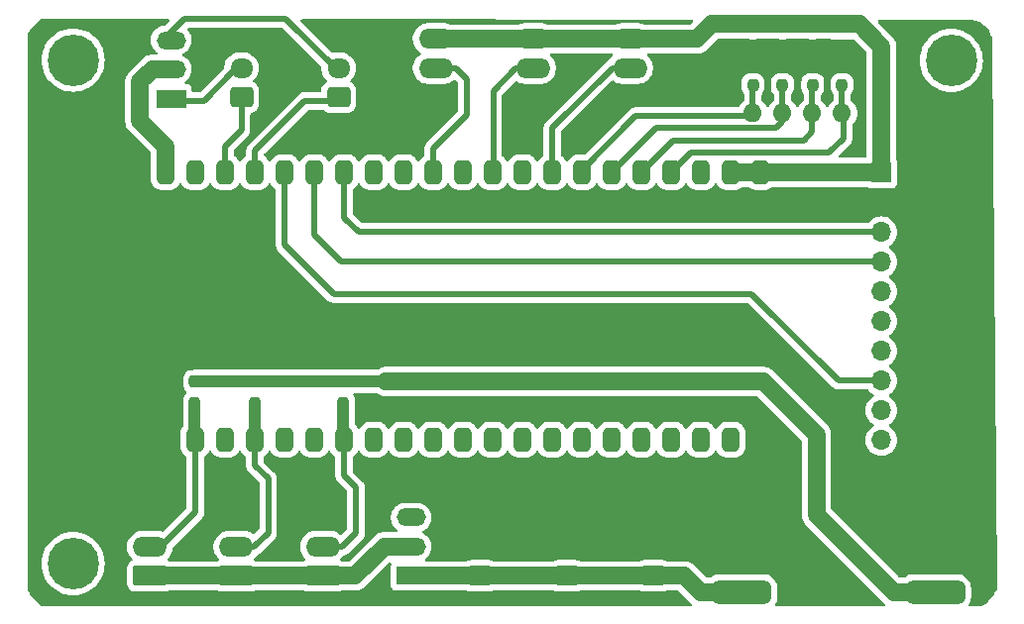
<source format=gbr>
%TF.GenerationSoftware,KiCad,Pcbnew,8.0.2*%
%TF.CreationDate,2024-06-06T18:17:56-04:00*%
%TF.ProjectId,MBARETECHmini,4d424152-4554-4454-9348-6d696e692e6b,rev?*%
%TF.SameCoordinates,Original*%
%TF.FileFunction,Copper,L2,Bot*%
%TF.FilePolarity,Positive*%
%FSLAX46Y46*%
G04 Gerber Fmt 4.6, Leading zero omitted, Abs format (unit mm)*
G04 Created by KiCad (PCBNEW 8.0.2) date 2024-06-06 18:17:56*
%MOMM*%
%LPD*%
G01*
G04 APERTURE LIST*
G04 Aperture macros list*
%AMRoundRect*
0 Rectangle with rounded corners*
0 $1 Rounding radius*
0 $2 $3 $4 $5 $6 $7 $8 $9 X,Y pos of 4 corners*
0 Add a 4 corners polygon primitive as box body*
4,1,4,$2,$3,$4,$5,$6,$7,$8,$9,$2,$3,0*
0 Add four circle primitives for the rounded corners*
1,1,$1+$1,$2,$3*
1,1,$1+$1,$4,$5*
1,1,$1+$1,$6,$7*
1,1,$1+$1,$8,$9*
0 Add four rect primitives between the rounded corners*
20,1,$1+$1,$2,$3,$4,$5,0*
20,1,$1+$1,$4,$5,$6,$7,0*
20,1,$1+$1,$6,$7,$8,$9,0*
20,1,$1+$1,$8,$9,$2,$3,0*%
G04 Aperture macros list end*
%TA.AperFunction,ComponentPad*%
%ADD10RoundRect,0.500000X-0.265000X0.550000X-0.265000X-0.550000X0.265000X-0.550000X0.265000X0.550000X0*%
%TD*%
%TA.AperFunction,ComponentPad*%
%ADD11O,2.000000X1.700000*%
%TD*%
%TA.AperFunction,ComponentPad*%
%ADD12RoundRect,0.250000X0.750000X-0.600000X0.750000X0.600000X-0.750000X0.600000X-0.750000X-0.600000X0*%
%TD*%
%TA.AperFunction,ComponentPad*%
%ADD13O,1.950000X1.700000*%
%TD*%
%TA.AperFunction,ComponentPad*%
%ADD14RoundRect,0.250000X0.725000X-0.600000X0.725000X0.600000X-0.725000X0.600000X-0.725000X-0.600000X0*%
%TD*%
%TA.AperFunction,ComponentPad*%
%ADD15O,2.925000X1.700000*%
%TD*%
%TA.AperFunction,ComponentPad*%
%ADD16RoundRect,0.250000X1.212500X-0.600000X1.212500X0.600000X-1.212500X0.600000X-1.212500X-0.600000X0*%
%TD*%
%TA.AperFunction,ComponentPad*%
%ADD17R,1.600000X1.600000*%
%TD*%
%TA.AperFunction,ComponentPad*%
%ADD18O,1.600000X1.600000*%
%TD*%
%TA.AperFunction,ComponentPad*%
%ADD19C,4.400000*%
%TD*%
%TA.AperFunction,ComponentPad*%
%ADD20R,2.500000X1.500000*%
%TD*%
%TA.AperFunction,ComponentPad*%
%ADD21O,2.500000X1.500000*%
%TD*%
%TA.AperFunction,ComponentPad*%
%ADD22R,1.700000X1.700000*%
%TD*%
%TA.AperFunction,ComponentPad*%
%ADD23O,1.700000X1.700000*%
%TD*%
%TA.AperFunction,ComponentPad*%
%ADD24RoundRect,0.688976X-1.851024X-0.361024X1.851024X-0.361024X1.851024X0.361024X-1.851024X0.361024X0*%
%TD*%
%TA.AperFunction,SMDPad,CuDef*%
%ADD25RoundRect,0.237500X-0.237500X0.250000X-0.237500X-0.250000X0.237500X-0.250000X0.237500X0.250000X0*%
%TD*%
%TA.AperFunction,SMDPad,CuDef*%
%ADD26RoundRect,0.237500X0.237500X-0.250000X0.237500X0.250000X-0.237500X0.250000X-0.237500X-0.250000X0*%
%TD*%
%TA.AperFunction,Conductor*%
%ADD27C,1.500000*%
%TD*%
%TA.AperFunction,Conductor*%
%ADD28C,0.500000*%
%TD*%
%TA.AperFunction,Conductor*%
%ADD29C,1.000000*%
%TD*%
G04 APERTURE END LIST*
D10*
%TO.P,U1,J1_1,3V3*%
%TO.N,+3V3*%
X205620000Y-77600000D03*
%TO.P,U1,J1_2,3V3*%
X203080000Y-77600000D03*
%TO.P,U1,J1_3,RST*%
%TO.N,unconnected-(U1-RST-PadJ1_3)*%
X200540000Y-77600000D03*
%TO.P,U1,J1_4,GPIO4*%
%TO.N,S1*%
X198000000Y-77600000D03*
%TO.P,U1,J1_5,GPIO5*%
%TO.N,S2*%
X195460000Y-77600000D03*
%TO.P,U1,J1_6,GPIO6*%
%TO.N,S3*%
X192920000Y-77600000D03*
%TO.P,U1,J1_7,GPIO7*%
%TO.N,S4*%
X190380000Y-77600000D03*
%TO.P,U1,J1_8,GPIO15*%
%TO.N,LS1_3V3*%
X187840000Y-77600000D03*
%TO.P,U1,J1_9,GPIO16*%
%TO.N,unconnected-(U1-GPIO16-PadJ1_9)*%
X185300000Y-77600000D03*
%TO.P,U1,J1_10,GPIO17*%
%TO.N,LS2_3V3*%
X182760000Y-77600000D03*
%TO.P,U1,J1_11,GPIO18*%
%TO.N,unconnected-(U1-GPIO18-PadJ1_11)*%
X180220000Y-77600000D03*
%TO.P,U1,J1_12,GPIO8*%
%TO.N,KILLSWITCH*%
X177680000Y-77600000D03*
%TO.P,U1,J1_13,GPIO3*%
%TO.N,unconnected-(U1-GPIO3-PadJ1_13)*%
X175140000Y-77600000D03*
%TO.P,U1,J1_14,GPIO46*%
%TO.N,unconnected-(U1-GPIO46-PadJ1_14)*%
X172600000Y-77600000D03*
%TO.P,U1,J1_15,GPIO9*%
%TO.N,SCL*%
X170060000Y-77600000D03*
%TO.P,U1,J1_16,GPIO10*%
%TO.N,SDA*%
X167520000Y-77600000D03*
%TO.P,U1,J1_17,GPIO11*%
%TO.N,INT*%
X164980000Y-77600000D03*
%TO.P,U1,J1_18,GPIO12*%
%TO.N,PWMB*%
X162440000Y-77600000D03*
%TO.P,U1,J1_19,GPIO13*%
%TO.N,PWMA*%
X159900000Y-77600000D03*
%TO.P,U1,J1_20,GPIO14*%
%TO.N,unconnected-(U1-GPIO14-PadJ1_20)*%
X157360000Y-77600000D03*
%TO.P,U1,J1_21,5V0*%
%TO.N,+5V*%
X154820000Y-77600000D03*
%TO.P,U1,J1_22,GND*%
%TO.N,GND*%
X152280000Y-77600000D03*
%TO.P,U1,J3_1,GND*%
X205620000Y-100460000D03*
%TO.P,U1,J3_2,U0TXD/GPIO43*%
%TO.N,unconnected-(U1-U0TXD{slash}GPIO43-PadJ3_2)*%
X203080000Y-100460000D03*
%TO.P,U1,J3_3,U0RXD/GPIO44*%
%TO.N,unconnected-(U1-U0RXD{slash}GPIO44-PadJ3_3)*%
X200540000Y-100460000D03*
%TO.P,U1,J3_4,GPIO1*%
%TO.N,unconnected-(U1-GPIO1-PadJ3_4)*%
X198000000Y-100460000D03*
%TO.P,U1,J3_5,GPIO2*%
%TO.N,unconnected-(U1-GPIO2-PadJ3_5)*%
X195460000Y-100460000D03*
%TO.P,U1,J3_6,MTMS/GPIO42*%
%TO.N,unconnected-(U1-MTMS{slash}GPIO42-PadJ3_6)*%
X192920000Y-100460000D03*
%TO.P,U1,J3_7,MTDI/GPIO41*%
%TO.N,unconnected-(U1-MTDI{slash}GPIO41-PadJ3_7)*%
X190380000Y-100460000D03*
%TO.P,U1,J3_8,MTDO/GPIO40*%
%TO.N,unconnected-(U1-MTDO{slash}GPIO40-PadJ3_8)*%
X187840000Y-100460000D03*
%TO.P,U1,J3_9,MTCK/GPIO39*%
%TO.N,unconnected-(U1-MTCK{slash}GPIO39-PadJ3_9)*%
X185300000Y-100460000D03*
%TO.P,U1,J3_10,GPIO38*%
%TO.N,unconnected-(U1-GPIO38-PadJ3_10)*%
X182760000Y-100460000D03*
%TO.P,U1,J3_11,GPIO37*%
%TO.N,unconnected-(U1-GPIO37-PadJ3_11)*%
X180220000Y-100460000D03*
%TO.P,U1,J3_12,GPIO36*%
%TO.N,unconnected-(U1-GPIO36-PadJ3_12)*%
X177680000Y-100460000D03*
%TO.P,U1,J3_13,GPIO35*%
%TO.N,unconnected-(U1-GPIO35-PadJ3_13)*%
X175140000Y-100460000D03*
%TO.P,U1,J3_14,GPIO0*%
%TO.N,unconnected-(U1-GPIO0-PadJ3_14)*%
X172600000Y-100460000D03*
%TO.P,U1,J3_15,GPIO45*%
%TO.N,IR3_3V3*%
X170060000Y-100460000D03*
%TO.P,U1,J3_16,GPIO48*%
%TO.N,unconnected-(U1-GPIO48-PadJ3_16)*%
X167520000Y-100460000D03*
%TO.P,U1,J3_17,GPIO47*%
%TO.N,unconnected-(U1-GPIO47-PadJ3_17)*%
X164980000Y-100460000D03*
%TO.P,U1,J3_18,GPIO21*%
%TO.N,IR2_3V3*%
X162440000Y-100460000D03*
%TO.P,U1,J3_19,USB_D+/GPIO20*%
%TO.N,unconnected-(U1-USB_D+{slash}GPIO20-PadJ3_19)*%
X159900000Y-100460000D03*
%TO.P,U1,J3_20,USB_D-/GPIO19*%
%TO.N,IR1_3V3*%
X157360000Y-100460000D03*
%TO.P,U1,J3_21,GND*%
%TO.N,GND*%
X154820000Y-100460000D03*
%TO.P,U1,J3_22,GND*%
X152280000Y-100460000D03*
%TD*%
D11*
%TO.P,Battery1,2,Pin_2*%
%TO.N,GND*%
X196475000Y-109600000D03*
D12*
%TO.P,Battery1,1,Pin_1*%
%TO.N,+BATT*%
X196475000Y-112100000D03*
%TD*%
D13*
%TO.P,MA1,3,Pin_3*%
%TO.N,GND*%
X161300000Y-66190000D03*
%TO.P,MA1,2,Pin_2*%
%TO.N,Net-(MA1-Pin_2)*%
X161300000Y-68690000D03*
D14*
%TO.P,MA1,1,Pin_1*%
%TO.N,PWMA*%
X161300000Y-71190000D03*
%TD*%
D15*
%TO.P,LS1,3,Pin_3*%
%TO.N,+3V3*%
X194485000Y-66190000D03*
%TO.P,LS1,2,Pin_2*%
%TO.N,LS1_3V3*%
X194485000Y-68690000D03*
D16*
%TO.P,LS1,1,Pin_1*%
%TO.N,GND*%
X194485000Y-71190000D03*
%TD*%
D17*
%TO.P,DIP1,1*%
%TO.N,+3V3*%
X212600000Y-64932500D03*
D18*
%TO.P,DIP1,2*%
X210060000Y-64932500D03*
%TO.P,DIP1,3*%
X207520000Y-64932500D03*
%TO.P,DIP1,4*%
X204980000Y-64932500D03*
%TO.P,DIP1,5*%
%TO.N,S4*%
X204980000Y-72552500D03*
%TO.P,DIP1,6*%
%TO.N,S3*%
X207520000Y-72552500D03*
%TO.P,DIP1,7*%
%TO.N,S2*%
X210060000Y-72552500D03*
%TO.P,DIP1,8*%
%TO.N,S1*%
X212600000Y-72552500D03*
%TD*%
D19*
%TO.P,,1*%
%TO.N,N/C*%
X221920000Y-68049999D03*
%TD*%
%TO.P,,1*%
%TO.N,N/C*%
X146919999Y-111049999D03*
%TD*%
D20*
%TO.P,SW1,1,A*%
%TO.N,Net-(MA1-Pin_2)*%
X155300000Y-71300000D03*
D21*
%TO.P,SW1,2,B*%
%TO.N,+5V*%
X155300000Y-68800000D03*
%TO.P,SW1,3,C*%
%TO.N,Net-(MB1-Pin_2)*%
X155300000Y-66300000D03*
%TD*%
D13*
%TO.P,MB1,3,Pin_3*%
%TO.N,GND*%
X169600000Y-66190000D03*
%TO.P,MB1,2,Pin_2*%
%TO.N,Net-(MB1-Pin_2)*%
X169600000Y-68690000D03*
D14*
%TO.P,MB1,1,Pin_1*%
%TO.N,PWMB*%
X169600000Y-71190000D03*
%TD*%
D11*
%TO.P,MotorA1,2,Pin_2*%
%TO.N,GND*%
X181690000Y-109600000D03*
D12*
%TO.P,MotorA1,1,Pin_1*%
%TO.N,+BATT*%
X181690000Y-112100000D03*
%TD*%
D16*
%TO.P,IR3,1,Pin_1*%
%TO.N,+12V*%
X168260000Y-112100000D03*
D15*
%TO.P,IR3,2,Pin_2*%
%TO.N,IR3_3V3*%
X168260000Y-109600000D03*
%TO.P,IR3,3,Pin_3*%
%TO.N,GND*%
X168260000Y-107100000D03*
%TD*%
D22*
%TO.P,IMU1,1,VCC*%
%TO.N,+3V3*%
X215960000Y-77630000D03*
D23*
%TO.P,IMU1,2,GND*%
%TO.N,GND*%
X215960000Y-80170000D03*
%TO.P,IMU1,3,SCL*%
%TO.N,SCL*%
X215960000Y-82710000D03*
%TO.P,IMU1,4,SDA*%
%TO.N,SDA*%
X215960000Y-85250000D03*
%TO.P,IMU1,5,EDA*%
%TO.N,unconnected-(IMU1-EDA-Pad5)*%
X215960000Y-87790000D03*
%TO.P,IMU1,6,ECL*%
%TO.N,unconnected-(IMU1-ECL-Pad6)*%
X215960000Y-90330000D03*
%TO.P,IMU1,7,ADO*%
%TO.N,unconnected-(IMU1-ADO-Pad7)*%
X215960000Y-92870000D03*
%TO.P,IMU1,8,INT*%
%TO.N,INT*%
X215960000Y-95410000D03*
%TO.P,IMU1,9,NCS*%
%TO.N,unconnected-(IMU1-NCS-Pad9)*%
X215960000Y-97950000D03*
%TO.P,IMU1,10,FSYNC*%
%TO.N,unconnected-(IMU1-FSYNC-Pad10)*%
X215960000Y-100490000D03*
%TD*%
D24*
%TO.P,BUCK1,1,VIN*%
%TO.N,+BATT*%
X204030000Y-113500000D03*
%TO.P,BUCK1,2,GND*%
%TO.N,GND*%
X204030000Y-104500000D03*
%TO.P,BUCK1,3,VOUT*%
%TO.N,+3V3S*%
X220570000Y-113500000D03*
%TO.P,BUCK1,4,GND*%
%TO.N,GND*%
X220570000Y-104500000D03*
%TD*%
D15*
%TO.P,LS2,3,Pin_3*%
%TO.N,+3V3*%
X186200000Y-66190000D03*
%TO.P,LS2,2,Pin_2*%
%TO.N,LS2_3V3*%
X186200000Y-68690000D03*
D16*
%TO.P,LS2,1,Pin_1*%
%TO.N,GND*%
X186200000Y-71190000D03*
%TD*%
D11*
%TO.P,MotorB1,2,Pin_2*%
%TO.N,GND*%
X189082500Y-109600000D03*
D12*
%TO.P,MotorB1,1,Pin_1*%
%TO.N,+BATT*%
X189082500Y-112100000D03*
%TD*%
D15*
%TO.P,IR1,3,Pin_3*%
%TO.N,GND*%
X153475000Y-107100000D03*
%TO.P,IR1,2,Pin_2*%
%TO.N,IR1_3V3*%
X153475000Y-109600000D03*
D16*
%TO.P,IR1,1,Pin_1*%
%TO.N,+12V*%
X153475000Y-112100000D03*
%TD*%
D15*
%TO.P,KS1,3,Pin_3*%
%TO.N,+3V3*%
X177900000Y-66190000D03*
%TO.P,KS1,2,Pin_2*%
%TO.N,KILLSWITCH*%
X177900000Y-68690000D03*
D16*
%TO.P,KS1,1,Pin_1*%
%TO.N,GND*%
X177900000Y-71190000D03*
%TD*%
%TO.P,IR2,1,Pin_1*%
%TO.N,+12V*%
X160867500Y-112100000D03*
D15*
%TO.P,IR2,2,Pin_2*%
%TO.N,IR2_3V3*%
X160867500Y-109600000D03*
%TO.P,IR2,3,Pin_3*%
%TO.N,GND*%
X160867500Y-107100000D03*
%TD*%
D19*
%TO.P,,1*%
%TO.N,N/C*%
X146920000Y-68000000D03*
%TD*%
D20*
%TO.P,SW2,1,A*%
%TO.N,+BATT*%
X175797500Y-112100000D03*
D21*
%TO.P,SW2,2,B*%
%TO.N,+12V*%
X175797500Y-109600000D03*
%TO.P,SW2,3,C*%
%TO.N,unconnected-(SW2-C-Pad3)*%
X175797500Y-107100000D03*
%TD*%
D25*
%TO.P,R7,1*%
%TO.N,+3V3S*%
X170000000Y-95481250D03*
%TO.P,R7,2*%
%TO.N,IR3_3V3*%
X170000000Y-97306250D03*
%TD*%
%TO.P,R5,1*%
%TO.N,+3V3S*%
X162400000Y-95481250D03*
%TO.P,R5,2*%
%TO.N,IR2_3V3*%
X162400000Y-97306250D03*
%TD*%
D26*
%TO.P,R3,1*%
%TO.N,S2*%
X210100000Y-70112500D03*
%TO.P,R3,2*%
%TO.N,GND*%
X210100000Y-68287500D03*
%TD*%
%TO.P,R1,1*%
%TO.N,S4*%
X205000000Y-70112500D03*
%TO.P,R1,2*%
%TO.N,GND*%
X205000000Y-68287500D03*
%TD*%
%TO.P,R2,1*%
%TO.N,S3*%
X207500000Y-70112500D03*
%TO.P,R2,2*%
%TO.N,GND*%
X207500000Y-68287500D03*
%TD*%
%TO.P,R4,1*%
%TO.N,S1*%
X212600000Y-70112500D03*
%TO.P,R4,2*%
%TO.N,GND*%
X212600000Y-68287500D03*
%TD*%
D25*
%TO.P,R6,1*%
%TO.N,+3V3S*%
X157300000Y-95487500D03*
%TO.P,R6,2*%
%TO.N,IR1_3V3*%
X157300000Y-97312500D03*
%TD*%
D27*
%TO.N,+5V*%
X154820000Y-75380000D02*
X154820000Y-77600000D01*
X152630000Y-73190000D02*
X154820000Y-75380000D01*
X153680000Y-68800000D02*
X152630000Y-69850000D01*
X155300000Y-68800000D02*
X153680000Y-68800000D01*
X152630000Y-69850000D02*
X152630000Y-73190000D01*
%TO.N,+3V3*%
X200180000Y-66200000D02*
X178530000Y-66200000D01*
X201447500Y-64932500D02*
X200180000Y-66200000D01*
X212600000Y-64932500D02*
X201447500Y-64932500D01*
D28*
%TO.N,KILLSWITCH*%
X180560000Y-72670000D02*
X177680000Y-75550000D01*
X180560000Y-69660000D02*
X180560000Y-72670000D01*
X179590000Y-68690000D02*
X180560000Y-69660000D01*
X177680000Y-75550000D02*
X177680000Y-77600000D01*
X177900000Y-68690000D02*
X179590000Y-68690000D01*
%TO.N,LS2_3V3*%
X182800000Y-77560000D02*
X182760000Y-77600000D01*
X182800000Y-70630000D02*
X182800000Y-77560000D01*
X184740000Y-68690000D02*
X182800000Y-70630000D01*
X186200000Y-68690000D02*
X184740000Y-68690000D01*
%TO.N,LS1_3V3*%
X194190000Y-68690000D02*
X192960000Y-68690000D01*
X192960000Y-68690000D02*
X187840000Y-73810000D01*
X187840000Y-73810000D02*
X187840000Y-77000000D01*
%TO.N,S4*%
X194990000Y-72800000D02*
X190380000Y-77410000D01*
X204732500Y-72800000D02*
X194990000Y-72800000D01*
X204980000Y-72552500D02*
X204732500Y-72800000D01*
X190380000Y-77410000D02*
X190380000Y-77600000D01*
%TO.N,INT*%
X164980000Y-83790000D02*
X164980000Y-77600000D01*
X204860000Y-87990000D02*
X169180000Y-87990000D01*
X169180000Y-87990000D02*
X164980000Y-83790000D01*
X212280000Y-95410000D02*
X204860000Y-87990000D01*
X215960000Y-95410000D02*
X212280000Y-95410000D01*
%TO.N,SCL*%
X170060000Y-81460000D02*
X170060000Y-77600000D01*
X171310000Y-82710000D02*
X170060000Y-81460000D01*
X215960000Y-82710000D02*
X171310000Y-82710000D01*
%TO.N,SDA*%
X167520000Y-82940000D02*
X167520000Y-77600000D01*
X169830000Y-85250000D02*
X167520000Y-82940000D01*
X215960000Y-85250000D02*
X169830000Y-85250000D01*
D27*
%TO.N,+3V3*%
X214082500Y-64932500D02*
X212600000Y-64932500D01*
X215960000Y-66810000D02*
X214082500Y-64932500D01*
X215960000Y-77630000D02*
X215960000Y-66810000D01*
X215930000Y-77600000D02*
X215960000Y-77630000D01*
X205620000Y-77600000D02*
X215930000Y-77600000D01*
X203080000Y-77600000D02*
X205620000Y-77600000D01*
D29*
X215960000Y-77630000D02*
X215910000Y-77580000D01*
D28*
%TO.N,IR3_3V3*%
X171080000Y-104540000D02*
X170060000Y-103520000D01*
X170060000Y-103520000D02*
X170060000Y-100460000D01*
X171080000Y-108430000D02*
X171080000Y-104540000D01*
X168260000Y-109600000D02*
X169910000Y-109600000D01*
X169910000Y-109600000D02*
X171080000Y-108430000D01*
%TO.N,IR2_3V3*%
X162440000Y-102650000D02*
X162440000Y-100460000D01*
X163590000Y-108380000D02*
X163590000Y-103800000D01*
X163590000Y-103800000D02*
X162440000Y-102650000D01*
X162370000Y-109600000D02*
X163590000Y-108380000D01*
X160867500Y-109600000D02*
X162370000Y-109600000D01*
%TO.N,IR1_3V3*%
X157360000Y-106650000D02*
X157360000Y-100460000D01*
X154410000Y-109600000D02*
X157360000Y-106650000D01*
X153475000Y-109600000D02*
X154410000Y-109600000D01*
D27*
%TO.N,+3V3S*%
X210400000Y-106870000D02*
X217030000Y-113500000D01*
X217030000Y-113500000D02*
X219300000Y-113500000D01*
X205871250Y-95481250D02*
X210400000Y-100010000D01*
X173650000Y-95481250D02*
X205871250Y-95481250D01*
X210400000Y-100010000D02*
X210400000Y-106870000D01*
D29*
X173650000Y-95481250D02*
X170000000Y-95481250D01*
X162400000Y-95481250D02*
X170000000Y-95481250D01*
X162393750Y-95487500D02*
X162400000Y-95481250D01*
X157300000Y-95487500D02*
X162393750Y-95487500D01*
D27*
%TO.N,+BATT*%
X200510000Y-113500000D02*
X199110000Y-112100000D01*
X205300000Y-113500000D02*
X200510000Y-113500000D01*
X181690000Y-112100000D02*
X175797500Y-112100000D01*
X181690000Y-112100000D02*
X196475000Y-112100000D01*
X199110000Y-112100000D02*
X196475000Y-112100000D01*
D28*
%TO.N,S2*%
X210060000Y-72552500D02*
X210060000Y-74140000D01*
X199500000Y-74866666D02*
X198193334Y-74866666D01*
X210060000Y-72552500D02*
X210060000Y-70152500D01*
X210160000Y-72752500D02*
X210160000Y-72652500D01*
X210160000Y-72652500D02*
X210060000Y-72552500D01*
X209333334Y-74866666D02*
X199040000Y-74866666D01*
X198193334Y-74866666D02*
X195460000Y-77600000D01*
X210060000Y-70152500D02*
X210100000Y-70112500D01*
X210060000Y-74140000D02*
X209333334Y-74866666D01*
%TO.N,S1*%
X211500000Y-75900000D02*
X212700000Y-74700000D01*
X198000000Y-77600000D02*
X199700000Y-75900000D01*
X212700000Y-74700000D02*
X212700000Y-72752500D01*
X199700000Y-75900000D02*
X211500000Y-75900000D01*
X212600000Y-72552500D02*
X212600000Y-70112500D01*
%TO.N,S4*%
X204980000Y-70132500D02*
X205000000Y-70112500D01*
X204980000Y-72552500D02*
X204980000Y-70132500D01*
%TO.N,S3*%
X207520000Y-72552500D02*
X207520000Y-70132500D01*
X196686667Y-73833333D02*
X192920000Y-77600000D01*
X207520000Y-70132500D02*
X207500000Y-70112500D01*
X206072500Y-73833333D02*
X196686667Y-73833333D01*
X206966667Y-73833333D02*
X205800000Y-73833333D01*
X207520000Y-72552500D02*
X207520000Y-73280000D01*
X207520000Y-73280000D02*
X206966667Y-73833333D01*
D27*
%TO.N,+12V*%
X171018084Y-112100000D02*
X168260000Y-112100000D01*
X175797500Y-109600000D02*
X173518084Y-109600000D01*
X160867500Y-112100000D02*
X153300000Y-112100000D01*
X173518084Y-109600000D02*
X171018084Y-112100000D01*
X168260000Y-112100000D02*
X160867500Y-112100000D01*
D29*
%TO.N,IR1_3V3*%
X157300000Y-97312500D02*
X157300000Y-100500000D01*
%TO.N,IR2_3V3*%
X162400000Y-97306250D02*
X162400000Y-100493750D01*
%TO.N,IR3_3V3*%
X170000000Y-97306250D02*
X170000000Y-100493750D01*
D28*
%TO.N,Net-(MA1-Pin_2)*%
X160600000Y-69000000D02*
X158100000Y-71500000D01*
X154799999Y-71500000D02*
X154600000Y-71300001D01*
X158100000Y-71500000D02*
X154799999Y-71500000D01*
X161300000Y-69000000D02*
X160600000Y-69000000D01*
%TO.N,PWMA*%
X159900000Y-75400000D02*
X159900000Y-77600000D01*
X161300000Y-71500000D02*
X161300000Y-74000000D01*
X161300000Y-74000000D02*
X159900000Y-75400000D01*
%TO.N,Net-(MB1-Pin_2)*%
X156300001Y-64600000D02*
X155900001Y-65000000D01*
X155900001Y-65000000D02*
X154600000Y-66300001D01*
X169600000Y-69000000D02*
X165100000Y-64500000D01*
X156400001Y-64500000D02*
X155900001Y-65000000D01*
X165100000Y-64500000D02*
X156400001Y-64500000D01*
%TO.N,PWMB*%
X162440000Y-75760000D02*
X162440000Y-77000000D01*
X169600000Y-71500000D02*
X166700000Y-71500000D01*
X166700000Y-71500000D02*
X162440000Y-75760000D01*
%TD*%
%TA.AperFunction,Conductor*%
%TO.N,GND*%
G36*
X148091740Y-64495076D02*
G01*
X155037149Y-64502250D01*
X155104167Y-64522004D01*
X155149868Y-64574855D01*
X155159740Y-64644024D01*
X155130649Y-64707549D01*
X155124701Y-64713931D01*
X154825452Y-65013181D01*
X154764129Y-65046666D01*
X154737771Y-65049500D01*
X154701578Y-65049500D01*
X154507173Y-65080290D01*
X154319970Y-65141117D01*
X154144594Y-65230476D01*
X154067046Y-65286819D01*
X153985354Y-65346172D01*
X153985352Y-65346174D01*
X153985351Y-65346174D01*
X153846174Y-65485351D01*
X153846174Y-65485352D01*
X153846172Y-65485354D01*
X153841258Y-65492118D01*
X153730476Y-65644594D01*
X153641117Y-65819970D01*
X153580290Y-66007173D01*
X153549500Y-66201577D01*
X153549500Y-66398422D01*
X153580290Y-66592826D01*
X153641117Y-66780029D01*
X153701133Y-66897816D01*
X153730476Y-66955405D01*
X153846172Y-67114646D01*
X153985354Y-67253828D01*
X154083564Y-67325182D01*
X154126229Y-67380513D01*
X154132208Y-67450126D01*
X154099602Y-67511921D01*
X154038763Y-67546278D01*
X154010678Y-67549500D01*
X153581578Y-67549500D01*
X153387172Y-67580291D01*
X153326348Y-67600053D01*
X153326348Y-67600054D01*
X153288010Y-67612511D01*
X153199970Y-67641117D01*
X153055950Y-67714500D01*
X153024594Y-67730476D01*
X152933741Y-67796485D01*
X152865354Y-67846172D01*
X152865352Y-67846174D01*
X152865351Y-67846174D01*
X151676174Y-69035351D01*
X151676174Y-69035352D01*
X151676172Y-69035354D01*
X151645879Y-69077049D01*
X151560476Y-69194594D01*
X151470669Y-69370851D01*
X151469608Y-69374612D01*
X151410291Y-69557169D01*
X151410291Y-69557172D01*
X151379500Y-69751577D01*
X151379500Y-73288422D01*
X151410290Y-73482826D01*
X151471117Y-73670030D01*
X151516153Y-73758417D01*
X151560476Y-73845405D01*
X151676172Y-74004646D01*
X151676174Y-74004648D01*
X153533181Y-75861655D01*
X153566666Y-75922978D01*
X153569500Y-75949336D01*
X153569500Y-76839861D01*
X153565735Y-76866701D01*
X153566190Y-76866786D01*
X153565114Y-76872575D01*
X153554500Y-76991966D01*
X153554500Y-78208028D01*
X153554501Y-78208034D01*
X153565113Y-78327415D01*
X153621089Y-78523045D01*
X153621090Y-78523048D01*
X153621091Y-78523049D01*
X153715302Y-78703407D01*
X153730736Y-78722335D01*
X153843890Y-78861109D01*
X153920772Y-78923797D01*
X154001593Y-78989698D01*
X154181951Y-79083909D01*
X154377582Y-79139886D01*
X154496963Y-79150500D01*
X155143036Y-79150499D01*
X155262418Y-79139886D01*
X155458049Y-79083909D01*
X155638407Y-78989698D01*
X155796109Y-78861109D01*
X155924698Y-78703407D01*
X155980092Y-78597359D01*
X156028578Y-78547053D01*
X156096565Y-78530946D01*
X156162468Y-78554152D01*
X156199907Y-78597358D01*
X156255302Y-78703407D01*
X156383890Y-78861109D01*
X156460772Y-78923797D01*
X156541593Y-78989698D01*
X156721951Y-79083909D01*
X156917582Y-79139886D01*
X157036963Y-79150500D01*
X157683036Y-79150499D01*
X157802418Y-79139886D01*
X157998049Y-79083909D01*
X158178407Y-78989698D01*
X158336109Y-78861109D01*
X158464698Y-78703407D01*
X158520092Y-78597359D01*
X158568578Y-78547053D01*
X158636565Y-78530946D01*
X158702468Y-78554152D01*
X158739907Y-78597358D01*
X158795302Y-78703407D01*
X158923890Y-78861109D01*
X159000772Y-78923797D01*
X159081593Y-78989698D01*
X159261951Y-79083909D01*
X159457582Y-79139886D01*
X159576963Y-79150500D01*
X160223036Y-79150499D01*
X160342418Y-79139886D01*
X160538049Y-79083909D01*
X160718407Y-78989698D01*
X160876109Y-78861109D01*
X161004698Y-78703407D01*
X161060092Y-78597359D01*
X161108578Y-78547053D01*
X161176565Y-78530946D01*
X161242468Y-78554152D01*
X161279907Y-78597358D01*
X161335302Y-78703407D01*
X161463890Y-78861109D01*
X161540772Y-78923797D01*
X161621593Y-78989698D01*
X161801951Y-79083909D01*
X161997582Y-79139886D01*
X162116963Y-79150500D01*
X162763036Y-79150499D01*
X162882418Y-79139886D01*
X163078049Y-79083909D01*
X163258407Y-78989698D01*
X163416109Y-78861109D01*
X163544698Y-78703407D01*
X163600092Y-78597359D01*
X163648578Y-78547053D01*
X163716565Y-78530946D01*
X163782468Y-78554152D01*
X163819907Y-78597358D01*
X163875302Y-78703407D01*
X164003890Y-78861109D01*
X164025094Y-78878398D01*
X164161593Y-78989698D01*
X164161594Y-78989699D01*
X164162910Y-78990386D01*
X164163499Y-78990954D01*
X164166842Y-78993157D01*
X164166431Y-78993779D01*
X164213218Y-79038872D01*
X164229500Y-79100295D01*
X164229500Y-83863918D01*
X164229500Y-83863920D01*
X164229499Y-83863920D01*
X164258340Y-84008907D01*
X164258343Y-84008917D01*
X164314914Y-84145492D01*
X164347812Y-84194727D01*
X164347813Y-84194730D01*
X164397046Y-84268414D01*
X164397052Y-84268421D01*
X168701584Y-88572952D01*
X168701586Y-88572954D01*
X168731058Y-88592645D01*
X168775270Y-88622186D01*
X168824505Y-88655084D01*
X168824506Y-88655084D01*
X168824507Y-88655085D01*
X168824509Y-88655086D01*
X168961082Y-88711656D01*
X168961087Y-88711658D01*
X168961091Y-88711658D01*
X168961092Y-88711659D01*
X169106079Y-88740500D01*
X169106082Y-88740500D01*
X169106083Y-88740500D01*
X169253917Y-88740500D01*
X204497770Y-88740500D01*
X204564809Y-88760185D01*
X204585451Y-88776819D01*
X211697049Y-95888416D01*
X211801584Y-95992951D01*
X211801587Y-95992953D01*
X211801588Y-95992954D01*
X211924494Y-96075077D01*
X211924496Y-96075078D01*
X211924505Y-96075084D01*
X211955275Y-96087829D01*
X211955276Y-96087830D01*
X211955277Y-96087830D01*
X212061088Y-96131659D01*
X212177241Y-96154763D01*
X212196468Y-96158587D01*
X212206081Y-96160500D01*
X212206082Y-96160500D01*
X212206083Y-96160500D01*
X212353918Y-96160500D01*
X214772299Y-96160500D01*
X214839338Y-96180185D01*
X214873873Y-96213376D01*
X214921505Y-96281401D01*
X215088597Y-96448493D01*
X215088603Y-96448498D01*
X215274158Y-96578425D01*
X215317783Y-96633002D01*
X215324977Y-96702500D01*
X215293454Y-96764855D01*
X215274158Y-96781575D01*
X215088597Y-96911505D01*
X214921505Y-97078597D01*
X214785965Y-97272169D01*
X214785964Y-97272171D01*
X214686098Y-97486335D01*
X214686094Y-97486344D01*
X214624938Y-97714586D01*
X214624936Y-97714596D01*
X214604341Y-97949999D01*
X214604341Y-97950000D01*
X214624936Y-98185403D01*
X214624938Y-98185413D01*
X214686094Y-98413655D01*
X214686096Y-98413659D01*
X214686097Y-98413663D01*
X214785965Y-98627830D01*
X214785967Y-98627834D01*
X214921501Y-98821395D01*
X214921506Y-98821402D01*
X215088597Y-98988493D01*
X215088603Y-98988498D01*
X215274158Y-99118425D01*
X215317783Y-99173002D01*
X215324977Y-99242500D01*
X215293454Y-99304855D01*
X215274158Y-99321575D01*
X215088597Y-99451505D01*
X214921505Y-99618597D01*
X214785965Y-99812169D01*
X214785964Y-99812171D01*
X214686098Y-100026335D01*
X214686094Y-100026344D01*
X214624938Y-100254586D01*
X214624936Y-100254596D01*
X214604341Y-100489999D01*
X214604341Y-100490000D01*
X214624936Y-100725403D01*
X214624938Y-100725413D01*
X214686094Y-100953655D01*
X214686096Y-100953659D01*
X214686097Y-100953663D01*
X214739429Y-101068033D01*
X214785965Y-101167830D01*
X214785967Y-101167834D01*
X214894281Y-101322521D01*
X214921505Y-101361401D01*
X215088599Y-101528495D01*
X215185384Y-101596265D01*
X215282165Y-101664032D01*
X215282167Y-101664033D01*
X215282170Y-101664035D01*
X215496337Y-101763903D01*
X215724592Y-101825063D01*
X215912918Y-101841539D01*
X215959999Y-101845659D01*
X215960000Y-101845659D01*
X215960001Y-101845659D01*
X215999234Y-101842226D01*
X216195408Y-101825063D01*
X216423663Y-101763903D01*
X216637830Y-101664035D01*
X216831401Y-101528495D01*
X216998495Y-101361401D01*
X217134035Y-101167830D01*
X217233903Y-100953663D01*
X217295063Y-100725408D01*
X217315659Y-100490000D01*
X217295063Y-100254592D01*
X217233903Y-100026337D01*
X217134035Y-99812171D01*
X217078310Y-99732586D01*
X216998494Y-99618597D01*
X216831402Y-99451506D01*
X216831396Y-99451501D01*
X216645842Y-99321575D01*
X216602217Y-99266998D01*
X216595023Y-99197500D01*
X216626546Y-99135145D01*
X216645842Y-99118425D01*
X216714566Y-99070304D01*
X216831401Y-98988495D01*
X216998495Y-98821401D01*
X217134035Y-98627830D01*
X217233903Y-98413663D01*
X217295063Y-98185408D01*
X217315659Y-97950000D01*
X217295063Y-97714592D01*
X217233903Y-97486337D01*
X217134035Y-97272171D01*
X217088899Y-97207709D01*
X216998494Y-97078597D01*
X216831402Y-96911506D01*
X216831396Y-96911501D01*
X216645842Y-96781575D01*
X216602217Y-96726998D01*
X216595023Y-96657500D01*
X216626546Y-96595145D01*
X216645842Y-96578425D01*
X216746869Y-96507685D01*
X216831401Y-96448495D01*
X216998495Y-96281401D01*
X217134035Y-96087830D01*
X217233903Y-95873663D01*
X217295063Y-95645408D01*
X217315659Y-95410000D01*
X217295063Y-95174592D01*
X217233903Y-94946337D01*
X217134035Y-94732171D01*
X217083151Y-94659500D01*
X216998494Y-94538597D01*
X216831402Y-94371506D01*
X216831396Y-94371501D01*
X216645842Y-94241575D01*
X216602217Y-94186998D01*
X216595023Y-94117500D01*
X216626546Y-94055145D01*
X216645842Y-94038425D01*
X216668026Y-94022891D01*
X216831401Y-93908495D01*
X216998495Y-93741401D01*
X217134035Y-93547830D01*
X217233903Y-93333663D01*
X217295063Y-93105408D01*
X217315659Y-92870000D01*
X217295063Y-92634592D01*
X217233903Y-92406337D01*
X217134035Y-92192171D01*
X216998495Y-91998599D01*
X216998494Y-91998597D01*
X216831402Y-91831506D01*
X216831396Y-91831501D01*
X216645842Y-91701575D01*
X216602217Y-91646998D01*
X216595023Y-91577500D01*
X216626546Y-91515145D01*
X216645842Y-91498425D01*
X216668026Y-91482891D01*
X216831401Y-91368495D01*
X216998495Y-91201401D01*
X217134035Y-91007830D01*
X217233903Y-90793663D01*
X217295063Y-90565408D01*
X217315659Y-90330000D01*
X217295063Y-90094592D01*
X217233903Y-89866337D01*
X217134035Y-89652171D01*
X216998495Y-89458599D01*
X216998494Y-89458597D01*
X216831402Y-89291506D01*
X216831396Y-89291501D01*
X216645842Y-89161575D01*
X216602217Y-89106998D01*
X216595023Y-89037500D01*
X216626546Y-88975145D01*
X216645842Y-88958425D01*
X216668026Y-88942891D01*
X216831401Y-88828495D01*
X216998495Y-88661401D01*
X217134035Y-88467830D01*
X217233903Y-88253663D01*
X217295063Y-88025408D01*
X217315659Y-87790000D01*
X217295063Y-87554592D01*
X217233903Y-87326337D01*
X217134035Y-87112171D01*
X216998495Y-86918599D01*
X216998494Y-86918597D01*
X216831402Y-86751506D01*
X216831396Y-86751501D01*
X216645842Y-86621575D01*
X216602217Y-86566998D01*
X216595023Y-86497500D01*
X216626546Y-86435145D01*
X216645842Y-86418425D01*
X216668026Y-86402891D01*
X216831401Y-86288495D01*
X216998495Y-86121401D01*
X217134035Y-85927830D01*
X217233903Y-85713663D01*
X217295063Y-85485408D01*
X217315659Y-85250000D01*
X217295063Y-85014592D01*
X217233903Y-84786337D01*
X217134035Y-84572171D01*
X217083151Y-84499500D01*
X216998494Y-84378597D01*
X216831402Y-84211506D01*
X216831396Y-84211501D01*
X216645842Y-84081575D01*
X216602217Y-84026998D01*
X216595023Y-83957500D01*
X216626546Y-83895145D01*
X216645842Y-83878425D01*
X216668026Y-83862891D01*
X216831401Y-83748495D01*
X216998495Y-83581401D01*
X217134035Y-83387830D01*
X217233903Y-83173663D01*
X217295063Y-82945408D01*
X217315659Y-82710000D01*
X217295063Y-82474592D01*
X217233903Y-82246337D01*
X217134035Y-82032171D01*
X217083151Y-81959500D01*
X216998494Y-81838597D01*
X216831402Y-81671506D01*
X216831395Y-81671501D01*
X216637834Y-81535967D01*
X216637830Y-81535965D01*
X216633440Y-81533918D01*
X216423663Y-81436097D01*
X216423659Y-81436096D01*
X216423655Y-81436094D01*
X216195413Y-81374938D01*
X216195403Y-81374936D01*
X215960001Y-81354341D01*
X215959999Y-81354341D01*
X215724596Y-81374936D01*
X215724586Y-81374938D01*
X215496344Y-81436094D01*
X215496335Y-81436098D01*
X215282171Y-81535964D01*
X215282169Y-81535965D01*
X215088597Y-81671505D01*
X214921506Y-81838596D01*
X214873874Y-81906623D01*
X214819297Y-81950248D01*
X214772299Y-81959500D01*
X171672230Y-81959500D01*
X171605191Y-81939815D01*
X171584549Y-81923181D01*
X170846819Y-81185451D01*
X170813334Y-81124128D01*
X170810500Y-81097770D01*
X170810500Y-79100295D01*
X170830185Y-79033256D01*
X170873496Y-78993670D01*
X170873158Y-78993157D01*
X170876385Y-78991030D01*
X170877090Y-78990386D01*
X170878405Y-78989699D01*
X170878404Y-78989699D01*
X170878407Y-78989698D01*
X171036109Y-78861109D01*
X171164698Y-78703407D01*
X171220092Y-78597359D01*
X171268578Y-78547053D01*
X171336565Y-78530946D01*
X171402468Y-78554152D01*
X171439907Y-78597358D01*
X171495302Y-78703407D01*
X171623890Y-78861109D01*
X171700772Y-78923797D01*
X171781593Y-78989698D01*
X171961951Y-79083909D01*
X172157582Y-79139886D01*
X172276963Y-79150500D01*
X172923036Y-79150499D01*
X173042418Y-79139886D01*
X173238049Y-79083909D01*
X173418407Y-78989698D01*
X173576109Y-78861109D01*
X173704698Y-78703407D01*
X173760092Y-78597359D01*
X173808578Y-78547053D01*
X173876565Y-78530946D01*
X173942468Y-78554152D01*
X173979907Y-78597358D01*
X174035302Y-78703407D01*
X174163890Y-78861109D01*
X174240772Y-78923797D01*
X174321593Y-78989698D01*
X174501951Y-79083909D01*
X174697582Y-79139886D01*
X174816963Y-79150500D01*
X175463036Y-79150499D01*
X175582418Y-79139886D01*
X175778049Y-79083909D01*
X175958407Y-78989698D01*
X176116109Y-78861109D01*
X176244698Y-78703407D01*
X176300092Y-78597359D01*
X176348578Y-78547053D01*
X176416565Y-78530946D01*
X176482468Y-78554152D01*
X176519907Y-78597358D01*
X176575302Y-78703407D01*
X176703890Y-78861109D01*
X176780772Y-78923797D01*
X176861593Y-78989698D01*
X177041951Y-79083909D01*
X177237582Y-79139886D01*
X177356963Y-79150500D01*
X178003036Y-79150499D01*
X178122418Y-79139886D01*
X178318049Y-79083909D01*
X178498407Y-78989698D01*
X178656109Y-78861109D01*
X178784698Y-78703407D01*
X178840092Y-78597359D01*
X178888578Y-78547053D01*
X178956565Y-78530946D01*
X179022468Y-78554152D01*
X179059907Y-78597358D01*
X179115302Y-78703407D01*
X179243890Y-78861109D01*
X179320772Y-78923797D01*
X179401593Y-78989698D01*
X179581951Y-79083909D01*
X179777582Y-79139886D01*
X179896963Y-79150500D01*
X180543036Y-79150499D01*
X180662418Y-79139886D01*
X180858049Y-79083909D01*
X181038407Y-78989698D01*
X181196109Y-78861109D01*
X181324698Y-78703407D01*
X181380092Y-78597359D01*
X181428578Y-78547053D01*
X181496565Y-78530946D01*
X181562468Y-78554152D01*
X181599907Y-78597358D01*
X181655302Y-78703407D01*
X181783890Y-78861109D01*
X181860772Y-78923797D01*
X181941593Y-78989698D01*
X182121951Y-79083909D01*
X182317582Y-79139886D01*
X182436963Y-79150500D01*
X183083036Y-79150499D01*
X183202418Y-79139886D01*
X183398049Y-79083909D01*
X183578407Y-78989698D01*
X183736109Y-78861109D01*
X183864698Y-78703407D01*
X183920092Y-78597359D01*
X183968578Y-78547053D01*
X184036565Y-78530946D01*
X184102468Y-78554152D01*
X184139907Y-78597358D01*
X184195302Y-78703407D01*
X184323890Y-78861109D01*
X184400772Y-78923797D01*
X184481593Y-78989698D01*
X184661951Y-79083909D01*
X184857582Y-79139886D01*
X184976963Y-79150500D01*
X185623036Y-79150499D01*
X185742418Y-79139886D01*
X185938049Y-79083909D01*
X186118407Y-78989698D01*
X186276109Y-78861109D01*
X186404698Y-78703407D01*
X186460092Y-78597359D01*
X186508578Y-78547053D01*
X186576565Y-78530946D01*
X186642468Y-78554152D01*
X186679907Y-78597358D01*
X186735302Y-78703407D01*
X186863890Y-78861109D01*
X186940772Y-78923797D01*
X187021593Y-78989698D01*
X187201951Y-79083909D01*
X187397582Y-79139886D01*
X187516963Y-79150500D01*
X188163036Y-79150499D01*
X188282418Y-79139886D01*
X188478049Y-79083909D01*
X188658407Y-78989698D01*
X188816109Y-78861109D01*
X188944698Y-78703407D01*
X189000092Y-78597359D01*
X189048578Y-78547053D01*
X189116565Y-78530946D01*
X189182468Y-78554152D01*
X189219907Y-78597358D01*
X189275302Y-78703407D01*
X189403890Y-78861109D01*
X189480772Y-78923797D01*
X189561593Y-78989698D01*
X189741951Y-79083909D01*
X189937582Y-79139886D01*
X190056963Y-79150500D01*
X190703036Y-79150499D01*
X190822418Y-79139886D01*
X191018049Y-79083909D01*
X191198407Y-78989698D01*
X191356109Y-78861109D01*
X191484698Y-78703407D01*
X191540092Y-78597359D01*
X191588578Y-78547053D01*
X191656565Y-78530946D01*
X191722468Y-78554152D01*
X191759907Y-78597358D01*
X191815302Y-78703407D01*
X191943890Y-78861109D01*
X192020772Y-78923797D01*
X192101593Y-78989698D01*
X192281951Y-79083909D01*
X192477582Y-79139886D01*
X192596963Y-79150500D01*
X193243036Y-79150499D01*
X193362418Y-79139886D01*
X193558049Y-79083909D01*
X193738407Y-78989698D01*
X193896109Y-78861109D01*
X194024698Y-78703407D01*
X194080092Y-78597359D01*
X194128578Y-78547053D01*
X194196565Y-78530946D01*
X194262468Y-78554152D01*
X194299907Y-78597358D01*
X194355302Y-78703407D01*
X194483890Y-78861109D01*
X194560772Y-78923797D01*
X194641593Y-78989698D01*
X194821951Y-79083909D01*
X195017582Y-79139886D01*
X195136963Y-79150500D01*
X195783036Y-79150499D01*
X195902418Y-79139886D01*
X196098049Y-79083909D01*
X196278407Y-78989698D01*
X196436109Y-78861109D01*
X196564698Y-78703407D01*
X196620092Y-78597359D01*
X196668578Y-78547053D01*
X196736565Y-78530946D01*
X196802468Y-78554152D01*
X196839907Y-78597358D01*
X196895302Y-78703407D01*
X197023890Y-78861109D01*
X197100772Y-78923797D01*
X197181593Y-78989698D01*
X197361951Y-79083909D01*
X197557582Y-79139886D01*
X197676963Y-79150500D01*
X198323036Y-79150499D01*
X198442418Y-79139886D01*
X198638049Y-79083909D01*
X198818407Y-78989698D01*
X198976109Y-78861109D01*
X199104698Y-78703407D01*
X199160092Y-78597359D01*
X199208578Y-78547053D01*
X199276565Y-78530946D01*
X199342468Y-78554152D01*
X199379907Y-78597358D01*
X199435302Y-78703407D01*
X199563890Y-78861109D01*
X199640772Y-78923797D01*
X199721593Y-78989698D01*
X199901951Y-79083909D01*
X200097582Y-79139886D01*
X200216963Y-79150500D01*
X200863036Y-79150499D01*
X200982418Y-79139886D01*
X201178049Y-79083909D01*
X201358407Y-78989698D01*
X201516109Y-78861109D01*
X201644698Y-78703407D01*
X201700092Y-78597359D01*
X201748578Y-78547053D01*
X201816565Y-78530946D01*
X201882468Y-78554152D01*
X201919907Y-78597358D01*
X201975302Y-78703407D01*
X202103890Y-78861109D01*
X202180772Y-78923797D01*
X202261593Y-78989698D01*
X202441951Y-79083909D01*
X202637582Y-79139886D01*
X202756963Y-79150500D01*
X203403036Y-79150499D01*
X203522418Y-79139886D01*
X203718049Y-79083909D01*
X203898407Y-78989698D01*
X204034906Y-78878397D01*
X204099301Y-78851289D01*
X204113266Y-78850500D01*
X204586734Y-78850500D01*
X204653773Y-78870185D01*
X204665088Y-78878393D01*
X204801593Y-78989698D01*
X204981951Y-79083909D01*
X205177582Y-79139886D01*
X205296963Y-79150500D01*
X205943036Y-79150499D01*
X206062418Y-79139886D01*
X206258049Y-79083909D01*
X206438407Y-78989698D01*
X206574906Y-78878397D01*
X206639301Y-78851289D01*
X206653266Y-78850500D01*
X214728486Y-78850500D01*
X214795525Y-78870185D01*
X214802797Y-78875233D01*
X214867668Y-78923795D01*
X214867671Y-78923797D01*
X215002517Y-78974091D01*
X215002516Y-78974091D01*
X215009444Y-78974835D01*
X215062127Y-78980500D01*
X216857872Y-78980499D01*
X216917483Y-78974091D01*
X217052331Y-78923796D01*
X217167546Y-78837546D01*
X217253796Y-78722331D01*
X217304091Y-78587483D01*
X217310500Y-78527873D01*
X217310499Y-76732128D01*
X217304091Y-76672517D01*
X217296791Y-76652946D01*
X217253797Y-76537671D01*
X217253795Y-76537668D01*
X217235233Y-76512872D01*
X217210816Y-76447408D01*
X217210500Y-76438561D01*
X217210500Y-68049997D01*
X219214564Y-68049997D01*
X219234289Y-68376098D01*
X219293178Y-68697451D01*
X219390366Y-69009341D01*
X219390370Y-69009353D01*
X219390373Y-69009360D01*
X219524455Y-69307278D01*
X219670268Y-69548481D01*
X219693473Y-69586867D01*
X219894954Y-69844038D01*
X220125960Y-70075044D01*
X220383131Y-70276525D01*
X220383134Y-70276527D01*
X220383137Y-70276529D01*
X220662721Y-70445544D01*
X220960639Y-70579626D01*
X220960652Y-70579630D01*
X220960657Y-70579632D01*
X221271562Y-70676513D01*
X221272547Y-70676820D01*
X221593896Y-70735709D01*
X221920000Y-70755435D01*
X222246104Y-70735709D01*
X222567453Y-70676820D01*
X222879361Y-70579626D01*
X223177279Y-70445544D01*
X223456863Y-70276529D01*
X223714036Y-70075047D01*
X223945048Y-69844035D01*
X224146530Y-69586862D01*
X224315545Y-69307278D01*
X224449627Y-69009360D01*
X224465209Y-68959357D01*
X224469366Y-68946014D01*
X224546821Y-68697452D01*
X224605710Y-68376103D01*
X224625436Y-68049999D01*
X224623918Y-68024911D01*
X224613107Y-67846174D01*
X224605710Y-67723895D01*
X224546821Y-67402546D01*
X224539589Y-67379336D01*
X224449633Y-67090656D01*
X224449631Y-67090651D01*
X224449627Y-67090638D01*
X224315545Y-66792720D01*
X224146530Y-66513136D01*
X224146528Y-66513133D01*
X224146526Y-66513130D01*
X223945045Y-66255959D01*
X223714039Y-66024953D01*
X223456868Y-65823472D01*
X223449306Y-65818900D01*
X223177279Y-65654454D01*
X222879361Y-65520372D01*
X222879354Y-65520369D01*
X222879342Y-65520365D01*
X222567452Y-65423177D01*
X222246099Y-65364288D01*
X221920000Y-65344563D01*
X221593900Y-65364288D01*
X221272547Y-65423177D01*
X220960657Y-65520365D01*
X220960641Y-65520371D01*
X220960639Y-65520372D01*
X220773819Y-65604453D01*
X220662725Y-65654452D01*
X220662723Y-65654453D01*
X220383131Y-65823472D01*
X220125960Y-66024953D01*
X219894954Y-66255959D01*
X219693473Y-66513130D01*
X219575421Y-66708412D01*
X219524455Y-66792720D01*
X219412875Y-67040642D01*
X219390372Y-67090641D01*
X219390366Y-67090656D01*
X219293178Y-67402546D01*
X219234289Y-67723899D01*
X219214564Y-68049997D01*
X217210500Y-68049997D01*
X217210500Y-66711577D01*
X217185505Y-66553769D01*
X217179709Y-66517174D01*
X217179708Y-66517170D01*
X217179708Y-66517169D01*
X217120391Y-66334612D01*
X217119329Y-66330847D01*
X217086592Y-66266597D01*
X217029524Y-66154595D01*
X216913828Y-65995354D01*
X215695152Y-64776678D01*
X215661667Y-64715355D01*
X215666651Y-64645663D01*
X215708523Y-64589730D01*
X215773987Y-64565313D01*
X215782931Y-64564998D01*
X223467108Y-64572935D01*
X223475892Y-64573256D01*
X223672634Y-64587457D01*
X223745792Y-64592738D01*
X223763210Y-64595247D01*
X224023325Y-64651799D01*
X224040200Y-64656745D01*
X224289700Y-64749554D01*
X224305701Y-64756836D01*
X224472154Y-64847371D01*
X224539549Y-64884028D01*
X224554372Y-64893512D01*
X224767848Y-65052517D01*
X224781179Y-65064003D01*
X224970000Y-65251627D01*
X224981572Y-65264886D01*
X225141935Y-65477356D01*
X225151512Y-65492118D01*
X225280179Y-65725139D01*
X225287568Y-65741103D01*
X225381958Y-65990004D01*
X225387014Y-66006859D01*
X225445216Y-66266597D01*
X225447836Y-66283999D01*
X225469030Y-66553769D01*
X225469408Y-66562565D01*
X225814373Y-113266307D01*
X225795184Y-113333490D01*
X225794957Y-113333848D01*
X225608685Y-113626238D01*
X225602480Y-113635100D01*
X225370111Y-113937928D01*
X225363158Y-113946214D01*
X225105279Y-114227641D01*
X225097629Y-114235290D01*
X224816217Y-114493156D01*
X224807930Y-114500110D01*
X224674751Y-114602301D01*
X224626570Y-114624881D01*
X224443947Y-114666107D01*
X224425810Y-114668812D01*
X224144604Y-114689661D01*
X224135436Y-114690000D01*
X223530202Y-114690000D01*
X223463163Y-114670315D01*
X223417408Y-114617511D01*
X223407464Y-114548353D01*
X223427902Y-114495923D01*
X223429798Y-114493155D01*
X223464629Y-114442308D01*
X223553670Y-114240649D01*
X223604141Y-114026062D01*
X223610500Y-113934445D01*
X223610499Y-113065556D01*
X223607291Y-113019336D01*
X223604141Y-112973940D01*
X223604140Y-112973931D01*
X223553672Y-112759359D01*
X223553671Y-112759357D01*
X223553670Y-112759351D01*
X223549542Y-112750001D01*
X223464630Y-112557694D01*
X223464629Y-112557692D01*
X223340049Y-112375827D01*
X223184173Y-112219951D01*
X223002308Y-112095371D01*
X223002307Y-112095370D01*
X223002305Y-112095369D01*
X222800655Y-112006332D01*
X222800640Y-112006327D01*
X222586072Y-111955860D01*
X222586056Y-111955858D01*
X222494448Y-111949500D01*
X218645551Y-111949500D01*
X218553940Y-111955858D01*
X218553931Y-111955859D01*
X218339359Y-112006327D01*
X218339344Y-112006332D01*
X218137694Y-112095369D01*
X217955827Y-112219951D01*
X217954691Y-112220895D01*
X217954038Y-112221176D01*
X217951098Y-112223191D01*
X217950703Y-112222615D01*
X217890541Y-112248581D01*
X217875471Y-112249500D01*
X217599336Y-112249500D01*
X217532297Y-112229815D01*
X217511655Y-112213181D01*
X211686819Y-106388345D01*
X211653334Y-106327022D01*
X211650500Y-106300664D01*
X211650500Y-99911577D01*
X211632586Y-99798483D01*
X211619709Y-99717174D01*
X211619708Y-99717170D01*
X211619708Y-99717169D01*
X211560391Y-99534612D01*
X211559329Y-99530847D01*
X211524575Y-99462639D01*
X211469524Y-99354595D01*
X211353829Y-99195355D01*
X206685896Y-94527422D01*
X206526655Y-94411726D01*
X206351280Y-94322367D01*
X206164076Y-94261540D01*
X205969672Y-94230750D01*
X205969667Y-94230750D01*
X173551583Y-94230750D01*
X173551578Y-94230750D01*
X173357173Y-94261540D01*
X173169970Y-94322367D01*
X172994591Y-94411728D01*
X172932186Y-94457068D01*
X172866380Y-94480548D01*
X172859301Y-94480750D01*
X162301458Y-94480750D01*
X162282018Y-94484617D01*
X162257826Y-94487000D01*
X157201459Y-94487000D01*
X157150588Y-94497118D01*
X157126400Y-94499500D01*
X157013331Y-94499500D01*
X157013312Y-94499501D01*
X156912247Y-94509825D01*
X156748484Y-94564092D01*
X156748481Y-94564093D01*
X156601648Y-94654661D01*
X156479661Y-94776648D01*
X156389093Y-94923481D01*
X156389092Y-94923484D01*
X156334826Y-95087247D01*
X156334826Y-95087248D01*
X156334825Y-95087248D01*
X156324500Y-95188315D01*
X156324500Y-95251064D01*
X156322117Y-95275256D01*
X156299500Y-95388956D01*
X156299500Y-95586044D01*
X156322117Y-95699747D01*
X156324500Y-95723936D01*
X156324500Y-95786667D01*
X156324501Y-95786687D01*
X156334825Y-95887752D01*
X156389092Y-96051515D01*
X156389093Y-96051518D01*
X156403629Y-96075084D01*
X156452775Y-96154763D01*
X156479661Y-96198351D01*
X156593629Y-96312319D01*
X156627114Y-96373642D01*
X156622130Y-96443334D01*
X156593629Y-96487681D01*
X156479661Y-96601648D01*
X156389093Y-96748481D01*
X156389091Y-96748486D01*
X156361719Y-96831088D01*
X156334826Y-96912247D01*
X156334826Y-96912248D01*
X156334825Y-96912248D01*
X156324500Y-97013315D01*
X156324500Y-97076064D01*
X156322117Y-97100256D01*
X156299500Y-97213956D01*
X156299500Y-99258242D01*
X156279815Y-99325281D01*
X156271602Y-99336603D01*
X156255304Y-99356590D01*
X156161089Y-99536954D01*
X156116332Y-99693376D01*
X156109524Y-99717172D01*
X156105114Y-99732583D01*
X156105113Y-99732586D01*
X156094500Y-99851966D01*
X156094500Y-101068028D01*
X156094501Y-101068034D01*
X156105113Y-101187415D01*
X156161089Y-101383045D01*
X156161090Y-101383048D01*
X156161091Y-101383049D01*
X156255302Y-101563407D01*
X156255304Y-101563409D01*
X156383890Y-101721109D01*
X156436376Y-101763905D01*
X156541593Y-101849698D01*
X156541594Y-101849699D01*
X156542910Y-101850386D01*
X156543499Y-101850954D01*
X156546842Y-101853157D01*
X156546431Y-101853779D01*
X156593218Y-101898872D01*
X156609500Y-101960295D01*
X156609500Y-106287769D01*
X156589815Y-106354808D01*
X156573181Y-106375450D01*
X154655323Y-108293307D01*
X154594000Y-108326792D01*
X154529324Y-108323557D01*
X154403746Y-108282754D01*
X154246276Y-108257813D01*
X154193787Y-108249500D01*
X152756213Y-108249500D01*
X152707542Y-108257208D01*
X152546260Y-108282753D01*
X152546257Y-108282754D01*
X152355639Y-108344690D01*
X152344085Y-108348444D01*
X152154679Y-108444951D01*
X151982713Y-108569890D01*
X151832390Y-108720213D01*
X151707451Y-108892179D01*
X151610944Y-109081585D01*
X151545253Y-109283760D01*
X151541545Y-109307173D01*
X151512000Y-109493713D01*
X151512000Y-109706287D01*
X151545254Y-109916243D01*
X151601924Y-110090656D01*
X151610944Y-110118414D01*
X151707451Y-110307820D01*
X151832390Y-110479786D01*
X151971205Y-110618601D01*
X152004690Y-110679924D01*
X151999706Y-110749616D01*
X151957834Y-110805549D01*
X151948621Y-110811821D01*
X151793842Y-110907289D01*
X151669789Y-111031342D01*
X151577687Y-111180663D01*
X151577685Y-111180668D01*
X151549849Y-111264670D01*
X151522501Y-111347203D01*
X151522501Y-111347204D01*
X151522500Y-111347204D01*
X151512000Y-111449983D01*
X151512000Y-112750001D01*
X151512001Y-112750018D01*
X151522500Y-112852796D01*
X151522501Y-112852799D01*
X151562641Y-112973931D01*
X151577686Y-113019334D01*
X151669788Y-113168656D01*
X151793844Y-113292712D01*
X151943166Y-113384814D01*
X152109703Y-113439999D01*
X152212491Y-113450500D01*
X154737508Y-113450499D01*
X154840297Y-113439999D01*
X155006834Y-113384814D01*
X155032536Y-113368960D01*
X155097632Y-113350500D01*
X159244868Y-113350500D01*
X159309963Y-113368960D01*
X159335666Y-113384814D01*
X159502203Y-113439999D01*
X159604991Y-113450500D01*
X162130008Y-113450499D01*
X162232797Y-113439999D01*
X162399334Y-113384814D01*
X162425036Y-113368960D01*
X162490132Y-113350500D01*
X166637368Y-113350500D01*
X166702463Y-113368960D01*
X166728166Y-113384814D01*
X166894703Y-113439999D01*
X166997491Y-113450500D01*
X169522508Y-113450499D01*
X169625297Y-113439999D01*
X169791834Y-113384814D01*
X169817536Y-113368960D01*
X169882632Y-113350500D01*
X171116506Y-113350500D01*
X171310910Y-113319709D01*
X171498110Y-113258884D01*
X171673489Y-113169524D01*
X171832730Y-113053828D01*
X173893857Y-110992700D01*
X173955178Y-110959217D01*
X174024870Y-110964201D01*
X174080803Y-111006073D01*
X174105220Y-111071537D01*
X174097718Y-111123716D01*
X174053408Y-111242516D01*
X174047001Y-111302116D01*
X174047000Y-111302135D01*
X174047000Y-112897870D01*
X174047001Y-112897876D01*
X174053408Y-112957483D01*
X174103702Y-113092328D01*
X174103706Y-113092335D01*
X174189952Y-113207544D01*
X174189955Y-113207547D01*
X174305164Y-113293793D01*
X174305171Y-113293797D01*
X174440017Y-113344091D01*
X174440016Y-113344091D01*
X174446944Y-113344835D01*
X174499627Y-113350500D01*
X175689080Y-113350499D01*
X175689094Y-113350500D01*
X175699083Y-113350500D01*
X180529868Y-113350500D01*
X180594963Y-113368960D01*
X180620666Y-113384814D01*
X180787203Y-113439999D01*
X180889991Y-113450500D01*
X182490008Y-113450499D01*
X182592797Y-113439999D01*
X182759334Y-113384814D01*
X182785036Y-113368960D01*
X182850132Y-113350500D01*
X187922368Y-113350500D01*
X187987463Y-113368960D01*
X188013166Y-113384814D01*
X188179703Y-113439999D01*
X188282491Y-113450500D01*
X189882508Y-113450499D01*
X189985297Y-113439999D01*
X190151834Y-113384814D01*
X190177536Y-113368960D01*
X190242632Y-113350500D01*
X195314868Y-113350500D01*
X195379963Y-113368960D01*
X195405666Y-113384814D01*
X195572203Y-113439999D01*
X195674991Y-113450500D01*
X197275008Y-113450499D01*
X197377797Y-113439999D01*
X197544334Y-113384814D01*
X197570036Y-113368960D01*
X197635132Y-113350500D01*
X198540664Y-113350500D01*
X198607703Y-113370185D01*
X198628345Y-113386819D01*
X199695354Y-114453828D01*
X199711671Y-114465683D01*
X199754336Y-114521013D01*
X199760314Y-114590627D01*
X199727707Y-114652421D01*
X199666868Y-114686778D01*
X199638784Y-114690000D01*
X144321631Y-114690000D01*
X144254592Y-114670315D01*
X144246160Y-114664387D01*
X144032062Y-114500104D01*
X144023782Y-114493155D01*
X143742364Y-114235283D01*
X143734715Y-114227634D01*
X143476843Y-113946216D01*
X143469889Y-113937929D01*
X143237518Y-113635096D01*
X143231323Y-113626249D01*
X143029418Y-113309323D01*
X143010000Y-113242700D01*
X143010000Y-111049999D01*
X144214563Y-111049999D01*
X144234288Y-111376098D01*
X144293177Y-111697451D01*
X144390365Y-112009341D01*
X144390369Y-112009353D01*
X144390372Y-112009360D01*
X144524454Y-112307278D01*
X144675835Y-112557692D01*
X144693472Y-112586867D01*
X144894953Y-112844038D01*
X145125959Y-113075044D01*
X145383130Y-113276525D01*
X145383133Y-113276527D01*
X145383136Y-113276529D01*
X145662720Y-113445544D01*
X145960638Y-113579626D01*
X145960651Y-113579630D01*
X145960656Y-113579632D01*
X146124881Y-113630806D01*
X146272546Y-113676820D01*
X146593895Y-113735709D01*
X146919999Y-113755435D01*
X147246103Y-113735709D01*
X147567452Y-113676820D01*
X147879360Y-113579626D01*
X148177278Y-113445544D01*
X148456862Y-113276529D01*
X148714035Y-113075047D01*
X148945047Y-112844035D01*
X149146529Y-112586862D01*
X149315544Y-112307278D01*
X149449626Y-112009360D01*
X149546820Y-111697452D01*
X149605709Y-111376103D01*
X149625435Y-111049999D01*
X149605709Y-110723895D01*
X149546820Y-110402546D01*
X149523769Y-110328572D01*
X149449632Y-110090656D01*
X149449630Y-110090651D01*
X149449626Y-110090638D01*
X149315544Y-109792720D01*
X149146529Y-109513136D01*
X149146527Y-109513133D01*
X149146525Y-109513130D01*
X148945044Y-109255959D01*
X148714038Y-109024953D01*
X148456867Y-108823472D01*
X148447193Y-108817624D01*
X148177278Y-108654454D01*
X147879360Y-108520372D01*
X147879353Y-108520369D01*
X147879341Y-108520365D01*
X147567451Y-108423177D01*
X147246098Y-108364288D01*
X146919999Y-108344563D01*
X146593899Y-108364288D01*
X146272546Y-108423177D01*
X145960656Y-108520365D01*
X145960640Y-108520371D01*
X145960638Y-108520372D01*
X145786129Y-108598912D01*
X145662724Y-108654452D01*
X145662722Y-108654453D01*
X145383130Y-108823472D01*
X145125959Y-109024953D01*
X144894953Y-109255959D01*
X144693472Y-109513130D01*
X144524453Y-109792722D01*
X144524452Y-109792724D01*
X144390371Y-110090641D01*
X144390365Y-110090656D01*
X144293177Y-110402546D01*
X144234288Y-110723899D01*
X144214563Y-111049999D01*
X143010000Y-111049999D01*
X143010000Y-68000000D01*
X144214564Y-68000000D01*
X144234289Y-68326099D01*
X144293178Y-68647452D01*
X144390366Y-68959342D01*
X144390370Y-68959354D01*
X144390373Y-68959361D01*
X144524455Y-69257279D01*
X144611731Y-69401650D01*
X144693473Y-69536868D01*
X144894954Y-69794039D01*
X145125960Y-70025045D01*
X145383131Y-70226526D01*
X145383134Y-70226528D01*
X145383137Y-70226530D01*
X145662721Y-70395545D01*
X145960639Y-70529627D01*
X145960652Y-70529631D01*
X145960657Y-70529633D01*
X146045536Y-70556082D01*
X146272547Y-70626821D01*
X146593896Y-70685710D01*
X146920000Y-70705436D01*
X147246104Y-70685710D01*
X147567453Y-70626821D01*
X147846079Y-70539998D01*
X147879342Y-70529633D01*
X147879342Y-70529632D01*
X147879361Y-70529627D01*
X148177279Y-70395545D01*
X148456863Y-70226530D01*
X148714036Y-70025048D01*
X148945048Y-69794036D01*
X149146530Y-69536863D01*
X149315545Y-69257279D01*
X149449627Y-68959361D01*
X149546821Y-68647453D01*
X149605710Y-68326104D01*
X149625436Y-68000000D01*
X149605710Y-67673896D01*
X149546821Y-67352547D01*
X149516059Y-67253828D01*
X149449633Y-67040657D01*
X149449631Y-67040652D01*
X149449627Y-67040639D01*
X149315545Y-66742721D01*
X149146530Y-66463137D01*
X149146528Y-66463134D01*
X149146526Y-66463131D01*
X148945045Y-66205960D01*
X148714039Y-65974954D01*
X148456868Y-65773473D01*
X148449306Y-65768901D01*
X148177279Y-65604455D01*
X147879361Y-65470373D01*
X147879354Y-65470370D01*
X147879342Y-65470366D01*
X147567452Y-65373178D01*
X147246099Y-65314289D01*
X146920000Y-65294564D01*
X146593900Y-65314289D01*
X146272547Y-65373178D01*
X145960657Y-65470366D01*
X145960641Y-65470372D01*
X145960639Y-65470373D01*
X145849548Y-65520371D01*
X145662725Y-65604453D01*
X145662723Y-65604454D01*
X145383131Y-65773473D01*
X145125960Y-65974954D01*
X144894954Y-66205960D01*
X144693473Y-66463131D01*
X144660803Y-66517174D01*
X144524455Y-66742721D01*
X144444558Y-66920246D01*
X144390372Y-67040642D01*
X144390366Y-67040657D01*
X144293178Y-67352547D01*
X144234289Y-67673900D01*
X144214564Y-68000000D01*
X143010000Y-68000000D01*
X143010000Y-65857297D01*
X143029417Y-65790675D01*
X143231330Y-65473736D01*
X143237511Y-65464909D01*
X143469897Y-65162059D01*
X143476835Y-65153790D01*
X143734727Y-64872351D01*
X143742341Y-64864736D01*
X144023798Y-64606829D01*
X144032071Y-64599888D01*
X144140490Y-64516695D01*
X144205655Y-64491502D01*
X144216072Y-64491073D01*
X148091740Y-64495076D01*
G37*
%TD.AperFunction*%
%TA.AperFunction,Conductor*%
G36*
X172926340Y-96501435D02*
G01*
X172932186Y-96505432D01*
X172983950Y-96543040D01*
X172994595Y-96550774D01*
X173097986Y-96603454D01*
X173169970Y-96640132D01*
X173169972Y-96640132D01*
X173169975Y-96640134D01*
X173223422Y-96657500D01*
X173357173Y-96700959D01*
X173551578Y-96731750D01*
X173551583Y-96731750D01*
X205301914Y-96731750D01*
X205368953Y-96751435D01*
X205389595Y-96768069D01*
X209113181Y-100491655D01*
X209146666Y-100552978D01*
X209149500Y-100579336D01*
X209149500Y-106968422D01*
X209180290Y-107162826D01*
X209241117Y-107350030D01*
X209330476Y-107525405D01*
X209446172Y-107684646D01*
X209446174Y-107684648D01*
X216215354Y-114453828D01*
X216231671Y-114465683D01*
X216274336Y-114521013D01*
X216280314Y-114590627D01*
X216247707Y-114652421D01*
X216186868Y-114686778D01*
X216158784Y-114690000D01*
X206990202Y-114690000D01*
X206923163Y-114670315D01*
X206877408Y-114617511D01*
X206867464Y-114548353D01*
X206887902Y-114495923D01*
X206889798Y-114493155D01*
X206924629Y-114442308D01*
X207013670Y-114240649D01*
X207064141Y-114026062D01*
X207070500Y-113934445D01*
X207070499Y-113065556D01*
X207067291Y-113019336D01*
X207064141Y-112973940D01*
X207064140Y-112973931D01*
X207013672Y-112759359D01*
X207013671Y-112759357D01*
X207013670Y-112759351D01*
X207009542Y-112750001D01*
X206924630Y-112557694D01*
X206924629Y-112557692D01*
X206800049Y-112375827D01*
X206644173Y-112219951D01*
X206462308Y-112095371D01*
X206462307Y-112095370D01*
X206462305Y-112095369D01*
X206260655Y-112006332D01*
X206260640Y-112006327D01*
X206046072Y-111955860D01*
X206046056Y-111955858D01*
X205954448Y-111949500D01*
X202105551Y-111949500D01*
X202013940Y-111955858D01*
X202013931Y-111955859D01*
X201799359Y-112006327D01*
X201799344Y-112006332D01*
X201597694Y-112095369D01*
X201415827Y-112219951D01*
X201414691Y-112220895D01*
X201414038Y-112221176D01*
X201411098Y-112223191D01*
X201410703Y-112222615D01*
X201350541Y-112248581D01*
X201335471Y-112249500D01*
X201079336Y-112249500D01*
X201012297Y-112229815D01*
X200991655Y-112213181D01*
X199924648Y-111146174D01*
X199924646Y-111146172D01*
X199765405Y-111030476D01*
X199590030Y-110941117D01*
X199402826Y-110880290D01*
X199208422Y-110849500D01*
X199208417Y-110849500D01*
X197635132Y-110849500D01*
X197570036Y-110831039D01*
X197544334Y-110815186D01*
X197377797Y-110760001D01*
X197377795Y-110760000D01*
X197275010Y-110749500D01*
X195674998Y-110749500D01*
X195674981Y-110749501D01*
X195572203Y-110760000D01*
X195572200Y-110760001D01*
X195405668Y-110815185D01*
X195405663Y-110815187D01*
X195389933Y-110824889D01*
X195379963Y-110831039D01*
X195314868Y-110849500D01*
X190242632Y-110849500D01*
X190177536Y-110831039D01*
X190151834Y-110815186D01*
X189985297Y-110760001D01*
X189985295Y-110760000D01*
X189882510Y-110749500D01*
X188282498Y-110749500D01*
X188282481Y-110749501D01*
X188179703Y-110760000D01*
X188179700Y-110760001D01*
X188013168Y-110815185D01*
X188013163Y-110815187D01*
X187997433Y-110824889D01*
X187987463Y-110831039D01*
X187922368Y-110849500D01*
X182850132Y-110849500D01*
X182785036Y-110831039D01*
X182759334Y-110815186D01*
X182592797Y-110760001D01*
X182592795Y-110760000D01*
X182490010Y-110749500D01*
X180889998Y-110749500D01*
X180889981Y-110749501D01*
X180787203Y-110760000D01*
X180787200Y-110760001D01*
X180620668Y-110815185D01*
X180620663Y-110815187D01*
X180604933Y-110824889D01*
X180594963Y-110831039D01*
X180529868Y-110849500D01*
X177086822Y-110849500D01*
X177019783Y-110829815D01*
X176974028Y-110777011D01*
X176964084Y-110707853D01*
X176993109Y-110644297D01*
X177013936Y-110625182D01*
X177022995Y-110618600D01*
X177112146Y-110553828D01*
X177251328Y-110414646D01*
X177367024Y-110255405D01*
X177456384Y-110080025D01*
X177517209Y-109892826D01*
X177548000Y-109698422D01*
X177548000Y-109501577D01*
X177517209Y-109307173D01*
X177456382Y-109119970D01*
X177367023Y-108944594D01*
X177251328Y-108785354D01*
X177112146Y-108646172D01*
X176952905Y-108530476D01*
X176815538Y-108460484D01*
X176764743Y-108412511D01*
X176747948Y-108344690D01*
X176770485Y-108278555D01*
X176815539Y-108239515D01*
X176952905Y-108169524D01*
X177112146Y-108053828D01*
X177251328Y-107914646D01*
X177367024Y-107755405D01*
X177456384Y-107580025D01*
X177517209Y-107392826D01*
X177523988Y-107350026D01*
X177548000Y-107198422D01*
X177548000Y-107001577D01*
X177517209Y-106807173D01*
X177456382Y-106619970D01*
X177367023Y-106444594D01*
X177251328Y-106285354D01*
X177112146Y-106146172D01*
X176952905Y-106030476D01*
X176777529Y-105941117D01*
X176590326Y-105880290D01*
X176395922Y-105849500D01*
X176395917Y-105849500D01*
X175199083Y-105849500D01*
X175199078Y-105849500D01*
X175004673Y-105880290D01*
X174817470Y-105941117D01*
X174642094Y-106030476D01*
X174551241Y-106096485D01*
X174482854Y-106146172D01*
X174482852Y-106146174D01*
X174482851Y-106146174D01*
X174343674Y-106285351D01*
X174343674Y-106285352D01*
X174343672Y-106285354D01*
X174332549Y-106300664D01*
X174227976Y-106444594D01*
X174138617Y-106619970D01*
X174077790Y-106807173D01*
X174047000Y-107001577D01*
X174047000Y-107198422D01*
X174077790Y-107392826D01*
X174138617Y-107580029D01*
X174227976Y-107755405D01*
X174343672Y-107914646D01*
X174482854Y-108053828D01*
X174572737Y-108119132D01*
X174581064Y-108125182D01*
X174623729Y-108180513D01*
X174629708Y-108250126D01*
X174597102Y-108311921D01*
X174536263Y-108346278D01*
X174508178Y-108349500D01*
X173419663Y-108349500D01*
X173344967Y-108361331D01*
X173326292Y-108364289D01*
X173326291Y-108364289D01*
X173225258Y-108380290D01*
X173225257Y-108380290D01*
X173038053Y-108441117D01*
X172862678Y-108530476D01*
X172792173Y-108581702D01*
X172703438Y-108646172D01*
X172703436Y-108646174D01*
X172703435Y-108646174D01*
X170536429Y-110813181D01*
X170475106Y-110846666D01*
X170448748Y-110849500D01*
X169882632Y-110849500D01*
X169817535Y-110831038D01*
X169786378Y-110811820D01*
X169739653Y-110759872D01*
X169728432Y-110690910D01*
X169756275Y-110626828D01*
X169763772Y-110618623D01*
X169902604Y-110479792D01*
X169970145Y-110386828D01*
X170025474Y-110344162D01*
X170046259Y-110338099D01*
X170128913Y-110321658D01*
X170265495Y-110265084D01*
X170330207Y-110221845D01*
X170388416Y-110182952D01*
X171662952Y-108908416D01*
X171712186Y-108834729D01*
X171745084Y-108785495D01*
X171801658Y-108648913D01*
X171811605Y-108598905D01*
X171830500Y-108503920D01*
X171830500Y-104466079D01*
X171801659Y-104321092D01*
X171801658Y-104321091D01*
X171801658Y-104321087D01*
X171745084Y-104184505D01*
X171712186Y-104135270D01*
X171695881Y-104110867D01*
X171662956Y-104061589D01*
X171662952Y-104061584D01*
X170846819Y-103245451D01*
X170813334Y-103184128D01*
X170810500Y-103157770D01*
X170810500Y-101960295D01*
X170830185Y-101893256D01*
X170873496Y-101853670D01*
X170873158Y-101853157D01*
X170876385Y-101851030D01*
X170877090Y-101850386D01*
X170878405Y-101849699D01*
X170878404Y-101849699D01*
X170878407Y-101849698D01*
X171036109Y-101721109D01*
X171164698Y-101563407D01*
X171220092Y-101457359D01*
X171268578Y-101407053D01*
X171336565Y-101390946D01*
X171402468Y-101414152D01*
X171439907Y-101457358D01*
X171477066Y-101528495D01*
X171495302Y-101563407D01*
X171623890Y-101721109D01*
X171676376Y-101763905D01*
X171781593Y-101849698D01*
X171961951Y-101943909D01*
X172157582Y-101999886D01*
X172276963Y-102010500D01*
X172923036Y-102010499D01*
X173042418Y-101999886D01*
X173238049Y-101943909D01*
X173418407Y-101849698D01*
X173576109Y-101721109D01*
X173704698Y-101563407D01*
X173760092Y-101457359D01*
X173808578Y-101407053D01*
X173876565Y-101390946D01*
X173942468Y-101414152D01*
X173979907Y-101457358D01*
X174017066Y-101528495D01*
X174035302Y-101563407D01*
X174163890Y-101721109D01*
X174216376Y-101763905D01*
X174321593Y-101849698D01*
X174501951Y-101943909D01*
X174697582Y-101999886D01*
X174816963Y-102010500D01*
X175463036Y-102010499D01*
X175582418Y-101999886D01*
X175778049Y-101943909D01*
X175958407Y-101849698D01*
X176116109Y-101721109D01*
X176244698Y-101563407D01*
X176300092Y-101457359D01*
X176348578Y-101407053D01*
X176416565Y-101390946D01*
X176482468Y-101414152D01*
X176519907Y-101457358D01*
X176557066Y-101528495D01*
X176575302Y-101563407D01*
X176703890Y-101721109D01*
X176756376Y-101763905D01*
X176861593Y-101849698D01*
X177041951Y-101943909D01*
X177237582Y-101999886D01*
X177356963Y-102010500D01*
X178003036Y-102010499D01*
X178122418Y-101999886D01*
X178318049Y-101943909D01*
X178498407Y-101849698D01*
X178656109Y-101721109D01*
X178784698Y-101563407D01*
X178840092Y-101457359D01*
X178888578Y-101407053D01*
X178956565Y-101390946D01*
X179022468Y-101414152D01*
X179059907Y-101457358D01*
X179097066Y-101528495D01*
X179115302Y-101563407D01*
X179243890Y-101721109D01*
X179296376Y-101763905D01*
X179401593Y-101849698D01*
X179581951Y-101943909D01*
X179777582Y-101999886D01*
X179896963Y-102010500D01*
X180543036Y-102010499D01*
X180662418Y-101999886D01*
X180858049Y-101943909D01*
X181038407Y-101849698D01*
X181196109Y-101721109D01*
X181324698Y-101563407D01*
X181380092Y-101457359D01*
X181428578Y-101407053D01*
X181496565Y-101390946D01*
X181562468Y-101414152D01*
X181599907Y-101457358D01*
X181637066Y-101528495D01*
X181655302Y-101563407D01*
X181783890Y-101721109D01*
X181836376Y-101763905D01*
X181941593Y-101849698D01*
X182121951Y-101943909D01*
X182317582Y-101999886D01*
X182436963Y-102010500D01*
X183083036Y-102010499D01*
X183202418Y-101999886D01*
X183398049Y-101943909D01*
X183578407Y-101849698D01*
X183736109Y-101721109D01*
X183864698Y-101563407D01*
X183920092Y-101457359D01*
X183968578Y-101407053D01*
X184036565Y-101390946D01*
X184102468Y-101414152D01*
X184139907Y-101457358D01*
X184177066Y-101528495D01*
X184195302Y-101563407D01*
X184323890Y-101721109D01*
X184376376Y-101763905D01*
X184481593Y-101849698D01*
X184661951Y-101943909D01*
X184857582Y-101999886D01*
X184976963Y-102010500D01*
X185623036Y-102010499D01*
X185742418Y-101999886D01*
X185938049Y-101943909D01*
X186118407Y-101849698D01*
X186276109Y-101721109D01*
X186404698Y-101563407D01*
X186460092Y-101457359D01*
X186508578Y-101407053D01*
X186576565Y-101390946D01*
X186642468Y-101414152D01*
X186679907Y-101457358D01*
X186717066Y-101528495D01*
X186735302Y-101563407D01*
X186863890Y-101721109D01*
X186916376Y-101763905D01*
X187021593Y-101849698D01*
X187201951Y-101943909D01*
X187397582Y-101999886D01*
X187516963Y-102010500D01*
X188163036Y-102010499D01*
X188282418Y-101999886D01*
X188478049Y-101943909D01*
X188658407Y-101849698D01*
X188816109Y-101721109D01*
X188944698Y-101563407D01*
X189000092Y-101457359D01*
X189048578Y-101407053D01*
X189116565Y-101390946D01*
X189182468Y-101414152D01*
X189219907Y-101457358D01*
X189257066Y-101528495D01*
X189275302Y-101563407D01*
X189403890Y-101721109D01*
X189456376Y-101763905D01*
X189561593Y-101849698D01*
X189741951Y-101943909D01*
X189937582Y-101999886D01*
X190056963Y-102010500D01*
X190703036Y-102010499D01*
X190822418Y-101999886D01*
X191018049Y-101943909D01*
X191198407Y-101849698D01*
X191356109Y-101721109D01*
X191484698Y-101563407D01*
X191540092Y-101457359D01*
X191588578Y-101407053D01*
X191656565Y-101390946D01*
X191722468Y-101414152D01*
X191759907Y-101457358D01*
X191797066Y-101528495D01*
X191815302Y-101563407D01*
X191943890Y-101721109D01*
X191996376Y-101763905D01*
X192101593Y-101849698D01*
X192281951Y-101943909D01*
X192477582Y-101999886D01*
X192596963Y-102010500D01*
X193243036Y-102010499D01*
X193362418Y-101999886D01*
X193558049Y-101943909D01*
X193738407Y-101849698D01*
X193896109Y-101721109D01*
X194024698Y-101563407D01*
X194080092Y-101457359D01*
X194128578Y-101407053D01*
X194196565Y-101390946D01*
X194262468Y-101414152D01*
X194299907Y-101457358D01*
X194337066Y-101528495D01*
X194355302Y-101563407D01*
X194483890Y-101721109D01*
X194536376Y-101763905D01*
X194641593Y-101849698D01*
X194821951Y-101943909D01*
X195017582Y-101999886D01*
X195136963Y-102010500D01*
X195783036Y-102010499D01*
X195902418Y-101999886D01*
X196098049Y-101943909D01*
X196278407Y-101849698D01*
X196436109Y-101721109D01*
X196564698Y-101563407D01*
X196620092Y-101457359D01*
X196668578Y-101407053D01*
X196736565Y-101390946D01*
X196802468Y-101414152D01*
X196839907Y-101457358D01*
X196877066Y-101528495D01*
X196895302Y-101563407D01*
X197023890Y-101721109D01*
X197076376Y-101763905D01*
X197181593Y-101849698D01*
X197361951Y-101943909D01*
X197557582Y-101999886D01*
X197676963Y-102010500D01*
X198323036Y-102010499D01*
X198442418Y-101999886D01*
X198638049Y-101943909D01*
X198818407Y-101849698D01*
X198976109Y-101721109D01*
X199104698Y-101563407D01*
X199160092Y-101457359D01*
X199208578Y-101407053D01*
X199276565Y-101390946D01*
X199342468Y-101414152D01*
X199379907Y-101457358D01*
X199417066Y-101528495D01*
X199435302Y-101563407D01*
X199563890Y-101721109D01*
X199616376Y-101763905D01*
X199721593Y-101849698D01*
X199901951Y-101943909D01*
X200097582Y-101999886D01*
X200216963Y-102010500D01*
X200863036Y-102010499D01*
X200982418Y-101999886D01*
X201178049Y-101943909D01*
X201358407Y-101849698D01*
X201516109Y-101721109D01*
X201644698Y-101563407D01*
X201700092Y-101457359D01*
X201748578Y-101407053D01*
X201816565Y-101390946D01*
X201882468Y-101414152D01*
X201919907Y-101457358D01*
X201957066Y-101528495D01*
X201975302Y-101563407D01*
X202103890Y-101721109D01*
X202156376Y-101763905D01*
X202261593Y-101849698D01*
X202441951Y-101943909D01*
X202637582Y-101999886D01*
X202756963Y-102010500D01*
X203403036Y-102010499D01*
X203522418Y-101999886D01*
X203718049Y-101943909D01*
X203898407Y-101849698D01*
X204056109Y-101721109D01*
X204184698Y-101563407D01*
X204278909Y-101383049D01*
X204334886Y-101187418D01*
X204345500Y-101068037D01*
X204345499Y-99851964D01*
X204334886Y-99732582D01*
X204278909Y-99536951D01*
X204184698Y-99356593D01*
X204111643Y-99266998D01*
X204056109Y-99198890D01*
X203898409Y-99070304D01*
X203898410Y-99070304D01*
X203898407Y-99070302D01*
X203718049Y-98976091D01*
X203718048Y-98976090D01*
X203718045Y-98976089D01*
X203600829Y-98942550D01*
X203522418Y-98920114D01*
X203522415Y-98920113D01*
X203522413Y-98920113D01*
X203456102Y-98914217D01*
X203403037Y-98909500D01*
X203403032Y-98909500D01*
X202756971Y-98909500D01*
X202756965Y-98909500D01*
X202756964Y-98909501D01*
X202745316Y-98910536D01*
X202637584Y-98920113D01*
X202441954Y-98976089D01*
X202351772Y-99023196D01*
X202261593Y-99070302D01*
X202261591Y-99070303D01*
X202261590Y-99070304D01*
X202103890Y-99198890D01*
X201975304Y-99356590D01*
X201975303Y-99356591D01*
X201975302Y-99356593D01*
X201919907Y-99462640D01*
X201871422Y-99512946D01*
X201803434Y-99529053D01*
X201737531Y-99505846D01*
X201700092Y-99462641D01*
X201644698Y-99356593D01*
X201571643Y-99266998D01*
X201516109Y-99198890D01*
X201358409Y-99070304D01*
X201358410Y-99070304D01*
X201358407Y-99070302D01*
X201178049Y-98976091D01*
X201178048Y-98976090D01*
X201178045Y-98976089D01*
X201060829Y-98942550D01*
X200982418Y-98920114D01*
X200982415Y-98920113D01*
X200982413Y-98920113D01*
X200916102Y-98914217D01*
X200863037Y-98909500D01*
X200863032Y-98909500D01*
X200216971Y-98909500D01*
X200216965Y-98909500D01*
X200216964Y-98909501D01*
X200205316Y-98910536D01*
X200097584Y-98920113D01*
X199901954Y-98976089D01*
X199811772Y-99023196D01*
X199721593Y-99070302D01*
X199721591Y-99070303D01*
X199721590Y-99070304D01*
X199563890Y-99198890D01*
X199435304Y-99356590D01*
X199435303Y-99356591D01*
X199435302Y-99356593D01*
X199379907Y-99462640D01*
X199331422Y-99512946D01*
X199263434Y-99529053D01*
X199197531Y-99505846D01*
X199160092Y-99462641D01*
X199104698Y-99356593D01*
X199031643Y-99266998D01*
X198976109Y-99198890D01*
X198818409Y-99070304D01*
X198818410Y-99070304D01*
X198818407Y-99070302D01*
X198638049Y-98976091D01*
X198638048Y-98976090D01*
X198638045Y-98976089D01*
X198520829Y-98942550D01*
X198442418Y-98920114D01*
X198442415Y-98920113D01*
X198442413Y-98920113D01*
X198376102Y-98914217D01*
X198323037Y-98909500D01*
X198323032Y-98909500D01*
X197676971Y-98909500D01*
X197676965Y-98909500D01*
X197676964Y-98909501D01*
X197665316Y-98910536D01*
X197557584Y-98920113D01*
X197361954Y-98976089D01*
X197271772Y-99023196D01*
X197181593Y-99070302D01*
X197181591Y-99070303D01*
X197181590Y-99070304D01*
X197023890Y-99198890D01*
X196895304Y-99356590D01*
X196895303Y-99356591D01*
X196895302Y-99356593D01*
X196839907Y-99462640D01*
X196791422Y-99512946D01*
X196723434Y-99529053D01*
X196657531Y-99505846D01*
X196620092Y-99462641D01*
X196564698Y-99356593D01*
X196491643Y-99266998D01*
X196436109Y-99198890D01*
X196278409Y-99070304D01*
X196278410Y-99070304D01*
X196278407Y-99070302D01*
X196098049Y-98976091D01*
X196098048Y-98976090D01*
X196098045Y-98976089D01*
X195980829Y-98942550D01*
X195902418Y-98920114D01*
X195902415Y-98920113D01*
X195902413Y-98920113D01*
X195836102Y-98914217D01*
X195783037Y-98909500D01*
X195783032Y-98909500D01*
X195136971Y-98909500D01*
X195136965Y-98909500D01*
X195136964Y-98909501D01*
X195125316Y-98910536D01*
X195017584Y-98920113D01*
X194821954Y-98976089D01*
X194731772Y-99023196D01*
X194641593Y-99070302D01*
X194641591Y-99070303D01*
X194641590Y-99070304D01*
X194483890Y-99198890D01*
X194355304Y-99356590D01*
X194355303Y-99356591D01*
X194355302Y-99356593D01*
X194299907Y-99462640D01*
X194251422Y-99512946D01*
X194183434Y-99529053D01*
X194117531Y-99505846D01*
X194080092Y-99462641D01*
X194024698Y-99356593D01*
X193951643Y-99266998D01*
X193896109Y-99198890D01*
X193738409Y-99070304D01*
X193738410Y-99070304D01*
X193738407Y-99070302D01*
X193558049Y-98976091D01*
X193558048Y-98976090D01*
X193558045Y-98976089D01*
X193440829Y-98942550D01*
X193362418Y-98920114D01*
X193362415Y-98920113D01*
X193362413Y-98920113D01*
X193296102Y-98914217D01*
X193243037Y-98909500D01*
X193243032Y-98909500D01*
X192596971Y-98909500D01*
X192596965Y-98909500D01*
X192596964Y-98909501D01*
X192585316Y-98910536D01*
X192477584Y-98920113D01*
X192281954Y-98976089D01*
X192191772Y-99023196D01*
X192101593Y-99070302D01*
X192101591Y-99070303D01*
X192101590Y-99070304D01*
X191943890Y-99198890D01*
X191815304Y-99356590D01*
X191815303Y-99356591D01*
X191815302Y-99356593D01*
X191759907Y-99462640D01*
X191711422Y-99512946D01*
X191643434Y-99529053D01*
X191577531Y-99505846D01*
X191540092Y-99462641D01*
X191484698Y-99356593D01*
X191411643Y-99266998D01*
X191356109Y-99198890D01*
X191198409Y-99070304D01*
X191198410Y-99070304D01*
X191198407Y-99070302D01*
X191018049Y-98976091D01*
X191018048Y-98976090D01*
X191018045Y-98976089D01*
X190900829Y-98942550D01*
X190822418Y-98920114D01*
X190822415Y-98920113D01*
X190822413Y-98920113D01*
X190756102Y-98914217D01*
X190703037Y-98909500D01*
X190703032Y-98909500D01*
X190056971Y-98909500D01*
X190056965Y-98909500D01*
X190056964Y-98909501D01*
X190045316Y-98910536D01*
X189937584Y-98920113D01*
X189741954Y-98976089D01*
X189651772Y-99023196D01*
X189561593Y-99070302D01*
X189561591Y-99070303D01*
X189561590Y-99070304D01*
X189403890Y-99198890D01*
X189275304Y-99356590D01*
X189275303Y-99356591D01*
X189275302Y-99356593D01*
X189219907Y-99462640D01*
X189171422Y-99512946D01*
X189103434Y-99529053D01*
X189037531Y-99505846D01*
X189000092Y-99462641D01*
X188944698Y-99356593D01*
X188871643Y-99266998D01*
X188816109Y-99198890D01*
X188658409Y-99070304D01*
X188658410Y-99070304D01*
X188658407Y-99070302D01*
X188478049Y-98976091D01*
X188478048Y-98976090D01*
X188478045Y-98976089D01*
X188360829Y-98942550D01*
X188282418Y-98920114D01*
X188282415Y-98920113D01*
X188282413Y-98920113D01*
X188216102Y-98914217D01*
X188163037Y-98909500D01*
X188163032Y-98909500D01*
X187516971Y-98909500D01*
X187516965Y-98909500D01*
X187516964Y-98909501D01*
X187505316Y-98910536D01*
X187397584Y-98920113D01*
X187201954Y-98976089D01*
X187111772Y-99023196D01*
X187021593Y-99070302D01*
X187021591Y-99070303D01*
X187021590Y-99070304D01*
X186863890Y-99198890D01*
X186735304Y-99356590D01*
X186735303Y-99356591D01*
X186735302Y-99356593D01*
X186679907Y-99462640D01*
X186631422Y-99512946D01*
X186563434Y-99529053D01*
X186497531Y-99505846D01*
X186460092Y-99462641D01*
X186404698Y-99356593D01*
X186331643Y-99266998D01*
X186276109Y-99198890D01*
X186118409Y-99070304D01*
X186118410Y-99070304D01*
X186118407Y-99070302D01*
X185938049Y-98976091D01*
X185938048Y-98976090D01*
X185938045Y-98976089D01*
X185820829Y-98942550D01*
X185742418Y-98920114D01*
X185742415Y-98920113D01*
X185742413Y-98920113D01*
X185676102Y-98914217D01*
X185623037Y-98909500D01*
X185623032Y-98909500D01*
X184976971Y-98909500D01*
X184976965Y-98909500D01*
X184976964Y-98909501D01*
X184965316Y-98910536D01*
X184857584Y-98920113D01*
X184661954Y-98976089D01*
X184571772Y-99023196D01*
X184481593Y-99070302D01*
X184481591Y-99070303D01*
X184481590Y-99070304D01*
X184323890Y-99198890D01*
X184195304Y-99356590D01*
X184195303Y-99356591D01*
X184195302Y-99356593D01*
X184139907Y-99462640D01*
X184091422Y-99512946D01*
X184023434Y-99529053D01*
X183957531Y-99505846D01*
X183920092Y-99462641D01*
X183864698Y-99356593D01*
X183791643Y-99266998D01*
X183736109Y-99198890D01*
X183578409Y-99070304D01*
X183578410Y-99070304D01*
X183578407Y-99070302D01*
X183398049Y-98976091D01*
X183398048Y-98976090D01*
X183398045Y-98976089D01*
X183280829Y-98942550D01*
X183202418Y-98920114D01*
X183202415Y-98920113D01*
X183202413Y-98920113D01*
X183136102Y-98914217D01*
X183083037Y-98909500D01*
X183083032Y-98909500D01*
X182436971Y-98909500D01*
X182436965Y-98909500D01*
X182436964Y-98909501D01*
X182425316Y-98910536D01*
X182317584Y-98920113D01*
X182121954Y-98976089D01*
X182031772Y-99023196D01*
X181941593Y-99070302D01*
X181941591Y-99070303D01*
X181941590Y-99070304D01*
X181783890Y-99198890D01*
X181655304Y-99356590D01*
X181655303Y-99356591D01*
X181655302Y-99356593D01*
X181599907Y-99462640D01*
X181551422Y-99512946D01*
X181483434Y-99529053D01*
X181417531Y-99505846D01*
X181380092Y-99462641D01*
X181324698Y-99356593D01*
X181251643Y-99266998D01*
X181196109Y-99198890D01*
X181038409Y-99070304D01*
X181038410Y-99070304D01*
X181038407Y-99070302D01*
X180858049Y-98976091D01*
X180858048Y-98976090D01*
X180858045Y-98976089D01*
X180740829Y-98942550D01*
X180662418Y-98920114D01*
X180662415Y-98920113D01*
X180662413Y-98920113D01*
X180596102Y-98914217D01*
X180543037Y-98909500D01*
X180543032Y-98909500D01*
X179896971Y-98909500D01*
X179896965Y-98909500D01*
X179896964Y-98909501D01*
X179885316Y-98910536D01*
X179777584Y-98920113D01*
X179581954Y-98976089D01*
X179491772Y-99023196D01*
X179401593Y-99070302D01*
X179401591Y-99070303D01*
X179401590Y-99070304D01*
X179243890Y-99198890D01*
X179115304Y-99356590D01*
X179115303Y-99356591D01*
X179115302Y-99356593D01*
X179059907Y-99462640D01*
X179011422Y-99512946D01*
X178943434Y-99529053D01*
X178877531Y-99505846D01*
X178840092Y-99462641D01*
X178784698Y-99356593D01*
X178711643Y-99266998D01*
X178656109Y-99198890D01*
X178498409Y-99070304D01*
X178498410Y-99070304D01*
X178498407Y-99070302D01*
X178318049Y-98976091D01*
X178318048Y-98976090D01*
X178318045Y-98976089D01*
X178200829Y-98942550D01*
X178122418Y-98920114D01*
X178122415Y-98920113D01*
X178122413Y-98920113D01*
X178056102Y-98914217D01*
X178003037Y-98909500D01*
X178003032Y-98909500D01*
X177356971Y-98909500D01*
X177356965Y-98909500D01*
X177356964Y-98909501D01*
X177345316Y-98910536D01*
X177237584Y-98920113D01*
X177041954Y-98976089D01*
X176951772Y-99023196D01*
X176861593Y-99070302D01*
X176861591Y-99070303D01*
X176861590Y-99070304D01*
X176703890Y-99198890D01*
X176575304Y-99356590D01*
X176575303Y-99356591D01*
X176575302Y-99356593D01*
X176519907Y-99462640D01*
X176471422Y-99512946D01*
X176403434Y-99529053D01*
X176337531Y-99505846D01*
X176300092Y-99462641D01*
X176244698Y-99356593D01*
X176171643Y-99266998D01*
X176116109Y-99198890D01*
X175958409Y-99070304D01*
X175958410Y-99070304D01*
X175958407Y-99070302D01*
X175778049Y-98976091D01*
X175778048Y-98976090D01*
X175778045Y-98976089D01*
X175660829Y-98942550D01*
X175582418Y-98920114D01*
X175582415Y-98920113D01*
X175582413Y-98920113D01*
X175516102Y-98914217D01*
X175463037Y-98909500D01*
X175463032Y-98909500D01*
X174816971Y-98909500D01*
X174816965Y-98909500D01*
X174816964Y-98909501D01*
X174805316Y-98910536D01*
X174697584Y-98920113D01*
X174501954Y-98976089D01*
X174411772Y-99023196D01*
X174321593Y-99070302D01*
X174321591Y-99070303D01*
X174321590Y-99070304D01*
X174163890Y-99198890D01*
X174035304Y-99356590D01*
X174035303Y-99356591D01*
X174035302Y-99356593D01*
X173979907Y-99462640D01*
X173931422Y-99512946D01*
X173863434Y-99529053D01*
X173797531Y-99505846D01*
X173760092Y-99462641D01*
X173704698Y-99356593D01*
X173631643Y-99266998D01*
X173576109Y-99198890D01*
X173418409Y-99070304D01*
X173418410Y-99070304D01*
X173418407Y-99070302D01*
X173238049Y-98976091D01*
X173238048Y-98976090D01*
X173238045Y-98976089D01*
X173120829Y-98942550D01*
X173042418Y-98920114D01*
X173042415Y-98920113D01*
X173042413Y-98920113D01*
X172976102Y-98914217D01*
X172923037Y-98909500D01*
X172923032Y-98909500D01*
X172276971Y-98909500D01*
X172276965Y-98909500D01*
X172276964Y-98909501D01*
X172265316Y-98910536D01*
X172157584Y-98920113D01*
X171961954Y-98976089D01*
X171871772Y-99023196D01*
X171781593Y-99070302D01*
X171781591Y-99070303D01*
X171781590Y-99070304D01*
X171623890Y-99198890D01*
X171495304Y-99356590D01*
X171495303Y-99356591D01*
X171495302Y-99356593D01*
X171439907Y-99462640D01*
X171391422Y-99512946D01*
X171323434Y-99529053D01*
X171257531Y-99505846D01*
X171220092Y-99462641D01*
X171164698Y-99356593D01*
X171036109Y-99198891D01*
X171036107Y-99198889D01*
X171032135Y-99194018D01*
X171033266Y-99193095D01*
X171003334Y-99138278D01*
X171000500Y-99111920D01*
X171000500Y-97207706D01*
X170977882Y-97094002D01*
X170975499Y-97069810D01*
X170975499Y-97007080D01*
X170975498Y-97007063D01*
X170965174Y-96905997D01*
X170922085Y-96775965D01*
X170910908Y-96742234D01*
X170910904Y-96742227D01*
X170866876Y-96670846D01*
X170848436Y-96603454D01*
X170869359Y-96536790D01*
X170923001Y-96492021D01*
X170972415Y-96481750D01*
X172859301Y-96481750D01*
X172926340Y-96501435D01*
G37*
%TD.AperFunction*%
%TA.AperFunction,Conductor*%
G36*
X161242468Y-101414152D02*
G01*
X161279907Y-101457358D01*
X161317066Y-101528495D01*
X161335302Y-101563407D01*
X161463890Y-101721109D01*
X161516376Y-101763905D01*
X161621593Y-101849698D01*
X161621594Y-101849699D01*
X161622910Y-101850386D01*
X161623499Y-101850954D01*
X161626842Y-101853157D01*
X161626431Y-101853779D01*
X161673218Y-101898872D01*
X161689500Y-101960295D01*
X161689500Y-102723918D01*
X161689500Y-102723920D01*
X161689499Y-102723920D01*
X161718340Y-102868907D01*
X161718343Y-102868917D01*
X161774912Y-103005488D01*
X161774916Y-103005495D01*
X161799028Y-103041581D01*
X161799029Y-103041584D01*
X161799030Y-103041584D01*
X161857051Y-103128420D01*
X161857052Y-103128421D01*
X162803181Y-104074548D01*
X162836666Y-104135871D01*
X162839500Y-104162229D01*
X162839500Y-108017769D01*
X162819815Y-108084808D01*
X162803181Y-108105450D01*
X162422482Y-108486148D01*
X162361159Y-108519633D01*
X162291467Y-108514649D01*
X162261916Y-108498785D01*
X162187819Y-108444951D01*
X162187818Y-108444950D01*
X162187816Y-108444949D01*
X162001468Y-108350000D01*
X161998414Y-108348444D01*
X161998413Y-108348443D01*
X161998412Y-108348443D01*
X161796243Y-108282754D01*
X161796241Y-108282753D01*
X161796240Y-108282753D01*
X161634957Y-108257208D01*
X161586287Y-108249500D01*
X160148713Y-108249500D01*
X160100042Y-108257208D01*
X159938760Y-108282753D01*
X159938757Y-108282754D01*
X159748139Y-108344690D01*
X159736585Y-108348444D01*
X159547179Y-108444951D01*
X159375213Y-108569890D01*
X159224890Y-108720213D01*
X159099951Y-108892179D01*
X159003444Y-109081585D01*
X158937753Y-109283760D01*
X158934045Y-109307173D01*
X158904500Y-109493713D01*
X158904500Y-109706287D01*
X158937754Y-109916243D01*
X158994424Y-110090656D01*
X159003444Y-110118414D01*
X159099951Y-110307820D01*
X159224890Y-110479786D01*
X159363705Y-110618601D01*
X159397190Y-110679924D01*
X159392206Y-110749616D01*
X159350334Y-110805549D01*
X159341123Y-110811819D01*
X159309967Y-110831037D01*
X159244868Y-110849500D01*
X155097632Y-110849500D01*
X155032535Y-110831038D01*
X155001378Y-110811820D01*
X154954653Y-110759872D01*
X154943432Y-110690910D01*
X154971275Y-110626828D01*
X154978772Y-110618623D01*
X155117604Y-110479792D01*
X155242551Y-110307816D01*
X155339057Y-110118412D01*
X155404746Y-109916243D01*
X155438000Y-109706287D01*
X155438000Y-109684730D01*
X155457685Y-109617691D01*
X155474319Y-109597049D01*
X157942948Y-107128420D01*
X157942952Y-107128416D01*
X158021199Y-107011309D01*
X158025084Y-107005495D01*
X158081658Y-106868913D01*
X158110500Y-106723918D01*
X158110500Y-101960295D01*
X158130185Y-101893256D01*
X158173496Y-101853670D01*
X158173158Y-101853157D01*
X158176385Y-101851030D01*
X158177090Y-101850386D01*
X158178405Y-101849699D01*
X158178404Y-101849699D01*
X158178407Y-101849698D01*
X158336109Y-101721109D01*
X158464698Y-101563407D01*
X158520092Y-101457359D01*
X158568578Y-101407053D01*
X158636565Y-101390946D01*
X158702468Y-101414152D01*
X158739907Y-101457358D01*
X158777066Y-101528495D01*
X158795302Y-101563407D01*
X158923890Y-101721109D01*
X158976376Y-101763905D01*
X159081593Y-101849698D01*
X159261951Y-101943909D01*
X159457582Y-101999886D01*
X159576963Y-102010500D01*
X160223036Y-102010499D01*
X160342418Y-101999886D01*
X160538049Y-101943909D01*
X160718407Y-101849698D01*
X160876109Y-101721109D01*
X161004698Y-101563407D01*
X161060092Y-101457359D01*
X161108578Y-101407053D01*
X161176565Y-101390946D01*
X161242468Y-101414152D01*
G37*
%TD.AperFunction*%
%TA.AperFunction,Conductor*%
G36*
X168862468Y-101414152D02*
G01*
X168899907Y-101457358D01*
X168937066Y-101528495D01*
X168955302Y-101563407D01*
X169083890Y-101721109D01*
X169136376Y-101763905D01*
X169241593Y-101849698D01*
X169241594Y-101849699D01*
X169242910Y-101850386D01*
X169243499Y-101850954D01*
X169246842Y-101853157D01*
X169246431Y-101853779D01*
X169293218Y-101898872D01*
X169309500Y-101960295D01*
X169309500Y-103593918D01*
X169309500Y-103593920D01*
X169309499Y-103593920D01*
X169338340Y-103738907D01*
X169338343Y-103738917D01*
X169394914Y-103875492D01*
X169427812Y-103924727D01*
X169427813Y-103924730D01*
X169477046Y-103998414D01*
X169477052Y-103998421D01*
X170293181Y-104814549D01*
X170326666Y-104875872D01*
X170329500Y-104902230D01*
X170329500Y-108067770D01*
X170309815Y-108134809D01*
X170293181Y-108155451D01*
X169900414Y-108548217D01*
X169839091Y-108581702D01*
X169769399Y-108576718D01*
X169739848Y-108560854D01*
X169580320Y-108444951D01*
X169390914Y-108348444D01*
X169390913Y-108348443D01*
X169390912Y-108348443D01*
X169188743Y-108282754D01*
X169188741Y-108282753D01*
X169188740Y-108282753D01*
X169027457Y-108257208D01*
X168978787Y-108249500D01*
X167541213Y-108249500D01*
X167492542Y-108257208D01*
X167331260Y-108282753D01*
X167331257Y-108282754D01*
X167140639Y-108344690D01*
X167129085Y-108348444D01*
X166939679Y-108444951D01*
X166767713Y-108569890D01*
X166617390Y-108720213D01*
X166492451Y-108892179D01*
X166395944Y-109081585D01*
X166330253Y-109283760D01*
X166326545Y-109307173D01*
X166297000Y-109493713D01*
X166297000Y-109706287D01*
X166330254Y-109916243D01*
X166386924Y-110090656D01*
X166395944Y-110118414D01*
X166492451Y-110307820D01*
X166617390Y-110479786D01*
X166756205Y-110618601D01*
X166789690Y-110679924D01*
X166784706Y-110749616D01*
X166742834Y-110805549D01*
X166733623Y-110811819D01*
X166702467Y-110831037D01*
X166637368Y-110849500D01*
X162490132Y-110849500D01*
X162425035Y-110831038D01*
X162393878Y-110811820D01*
X162347153Y-110759872D01*
X162335932Y-110690910D01*
X162363775Y-110626828D01*
X162371272Y-110618623D01*
X162510104Y-110479792D01*
X162619972Y-110328570D01*
X162672836Y-110286895D01*
X162725495Y-110265084D01*
X162790207Y-110221845D01*
X162848416Y-110182952D01*
X164172952Y-108858415D01*
X164200205Y-108817627D01*
X164255084Y-108735495D01*
X164288652Y-108654454D01*
X164311659Y-108598912D01*
X164340500Y-108453917D01*
X164340500Y-108306082D01*
X164340500Y-103726082D01*
X164334763Y-103697241D01*
X164311659Y-103581088D01*
X164278518Y-103501080D01*
X164278518Y-103501079D01*
X164255085Y-103444506D01*
X164255083Y-103444503D01*
X164172954Y-103321588D01*
X164172953Y-103321587D01*
X164172951Y-103321584D01*
X164068416Y-103217049D01*
X163226819Y-102375451D01*
X163193334Y-102314128D01*
X163190500Y-102287770D01*
X163190500Y-101960295D01*
X163210185Y-101893256D01*
X163253496Y-101853670D01*
X163253158Y-101853157D01*
X163256385Y-101851030D01*
X163257090Y-101850386D01*
X163258405Y-101849699D01*
X163258404Y-101849699D01*
X163258407Y-101849698D01*
X163416109Y-101721109D01*
X163544698Y-101563407D01*
X163600092Y-101457359D01*
X163648578Y-101407053D01*
X163716565Y-101390946D01*
X163782468Y-101414152D01*
X163819907Y-101457358D01*
X163857066Y-101528495D01*
X163875302Y-101563407D01*
X164003890Y-101721109D01*
X164056376Y-101763905D01*
X164161593Y-101849698D01*
X164341951Y-101943909D01*
X164537582Y-101999886D01*
X164656963Y-102010500D01*
X165303036Y-102010499D01*
X165422418Y-101999886D01*
X165618049Y-101943909D01*
X165798407Y-101849698D01*
X165956109Y-101721109D01*
X166084698Y-101563407D01*
X166140092Y-101457359D01*
X166188578Y-101407053D01*
X166256565Y-101390946D01*
X166322468Y-101414152D01*
X166359907Y-101457358D01*
X166397066Y-101528495D01*
X166415302Y-101563407D01*
X166543890Y-101721109D01*
X166596376Y-101763905D01*
X166701593Y-101849698D01*
X166881951Y-101943909D01*
X167077582Y-101999886D01*
X167196963Y-102010500D01*
X167843036Y-102010499D01*
X167962418Y-101999886D01*
X168158049Y-101943909D01*
X168338407Y-101849698D01*
X168496109Y-101721109D01*
X168624698Y-101563407D01*
X168680092Y-101457359D01*
X168728578Y-101407053D01*
X168796565Y-101390946D01*
X168862468Y-101414152D01*
G37*
%TD.AperFunction*%
%TA.AperFunction,Conductor*%
G36*
X164804809Y-65270185D02*
G01*
X164825451Y-65286819D01*
X168088181Y-68549549D01*
X168121666Y-68610872D01*
X168124500Y-68637230D01*
X168124500Y-68796286D01*
X168150328Y-68959361D01*
X168157754Y-69006243D01*
X168218953Y-69194594D01*
X168223444Y-69208414D01*
X168319951Y-69397820D01*
X168444890Y-69569786D01*
X168583705Y-69708601D01*
X168617190Y-69769924D01*
X168612206Y-69839616D01*
X168570334Y-69895549D01*
X168561121Y-69901821D01*
X168406342Y-69997289D01*
X168282289Y-70121342D01*
X168190187Y-70270663D01*
X168190185Y-70270668D01*
X168188243Y-70276529D01*
X168135001Y-70437203D01*
X168135001Y-70437204D01*
X168135000Y-70437204D01*
X168124500Y-70539983D01*
X168124500Y-70625500D01*
X168104815Y-70692539D01*
X168052011Y-70738294D01*
X168000500Y-70749500D01*
X166626080Y-70749500D01*
X166481092Y-70778340D01*
X166481086Y-70778342D01*
X166344508Y-70834914D01*
X166344496Y-70834921D01*
X166295269Y-70867813D01*
X166221588Y-70917044D01*
X166221580Y-70917050D01*
X161857050Y-75281581D01*
X161857044Y-75281589D01*
X161814620Y-75345081D01*
X161814621Y-75345082D01*
X161774913Y-75404508D01*
X161718343Y-75541082D01*
X161718340Y-75541092D01*
X161689500Y-75686079D01*
X161689500Y-76099704D01*
X161669815Y-76166743D01*
X161626507Y-76206327D01*
X161626845Y-76206840D01*
X161623623Y-76208962D01*
X161622916Y-76209610D01*
X161621596Y-76210299D01*
X161463890Y-76338890D01*
X161338380Y-76492818D01*
X161335302Y-76496593D01*
X161279907Y-76602640D01*
X161231422Y-76652946D01*
X161163434Y-76669053D01*
X161097531Y-76645846D01*
X161060092Y-76602641D01*
X161004698Y-76496593D01*
X160952684Y-76432803D01*
X160876109Y-76338890D01*
X160718403Y-76210299D01*
X160717084Y-76209610D01*
X160716491Y-76209039D01*
X160713155Y-76206840D01*
X160713564Y-76206218D01*
X160666778Y-76161121D01*
X160650500Y-76099704D01*
X160650500Y-75762230D01*
X160670185Y-75695191D01*
X160686819Y-75674549D01*
X161882947Y-74478421D01*
X161882952Y-74478416D01*
X161903049Y-74448337D01*
X161962801Y-74358913D01*
X161962803Y-74358907D01*
X161965084Y-74355495D01*
X162021658Y-74218913D01*
X162050500Y-74073918D01*
X162050500Y-72654981D01*
X162070185Y-72587942D01*
X162122989Y-72542187D01*
X162161899Y-72531623D01*
X162162391Y-72531572D01*
X162177797Y-72529999D01*
X162344334Y-72474814D01*
X162493656Y-72382712D01*
X162617712Y-72258656D01*
X162709814Y-72109334D01*
X162764999Y-71942797D01*
X162775500Y-71840009D01*
X162775499Y-70539992D01*
X162764999Y-70437203D01*
X162709814Y-70270666D01*
X162617712Y-70121344D01*
X162493656Y-69997288D01*
X162344334Y-69905186D01*
X162344333Y-69905185D01*
X162338878Y-69901821D01*
X162292154Y-69849873D01*
X162280931Y-69780910D01*
X162308775Y-69716828D01*
X162316272Y-69708623D01*
X162455104Y-69569792D01*
X162464272Y-69557174D01*
X162580048Y-69397820D01*
X162580047Y-69397820D01*
X162580051Y-69397816D01*
X162676557Y-69208412D01*
X162742246Y-69006243D01*
X162775500Y-68796287D01*
X162775500Y-68583713D01*
X162742246Y-68373757D01*
X162676557Y-68171588D01*
X162580051Y-67982184D01*
X162580049Y-67982181D01*
X162580048Y-67982179D01*
X162455109Y-67810213D01*
X162304786Y-67659890D01*
X162132820Y-67534951D01*
X161943414Y-67438444D01*
X161943413Y-67438443D01*
X161943412Y-67438443D01*
X161741243Y-67372754D01*
X161741241Y-67372753D01*
X161741240Y-67372753D01*
X161566334Y-67345051D01*
X161531287Y-67339500D01*
X161068713Y-67339500D01*
X161033666Y-67345051D01*
X160858760Y-67372753D01*
X160656585Y-67438444D01*
X160467179Y-67534951D01*
X160295213Y-67659890D01*
X160144890Y-67810213D01*
X160019951Y-67982179D01*
X159923444Y-68171585D01*
X159857753Y-68373760D01*
X159824500Y-68583713D01*
X159824500Y-68662770D01*
X159804815Y-68729809D01*
X159788181Y-68750451D01*
X157825451Y-70713181D01*
X157764128Y-70746666D01*
X157737770Y-70749500D01*
X157174499Y-70749500D01*
X157107460Y-70729815D01*
X157061705Y-70677011D01*
X157050499Y-70625500D01*
X157050499Y-70502129D01*
X157050498Y-70502123D01*
X157044091Y-70442516D01*
X156993797Y-70307671D01*
X156993793Y-70307664D01*
X156907547Y-70192455D01*
X156907544Y-70192452D01*
X156792335Y-70106206D01*
X156792328Y-70106202D01*
X156657482Y-70055908D01*
X156657483Y-70055908D01*
X156597883Y-70049501D01*
X156597881Y-70049500D01*
X156597873Y-70049500D01*
X156597865Y-70049500D01*
X156589322Y-70049500D01*
X156522283Y-70029815D01*
X156476528Y-69977011D01*
X156466584Y-69907853D01*
X156495609Y-69844297D01*
X156516436Y-69825182D01*
X156532757Y-69813324D01*
X156614646Y-69753828D01*
X156753828Y-69614646D01*
X156869524Y-69455405D01*
X156958884Y-69280025D01*
X157019709Y-69092826D01*
X157032929Y-69009360D01*
X157050500Y-68898422D01*
X157050500Y-68701577D01*
X157019709Y-68507173D01*
X156977121Y-68376103D01*
X156958884Y-68319975D01*
X156958882Y-68319972D01*
X156958882Y-68319970D01*
X156911743Y-68227455D01*
X156869524Y-68144595D01*
X156753828Y-67985354D01*
X156614646Y-67846172D01*
X156455405Y-67730476D01*
X156318038Y-67660484D01*
X156267243Y-67612511D01*
X156250448Y-67544690D01*
X156272985Y-67478555D01*
X156318039Y-67439515D01*
X156320143Y-67438443D01*
X156455405Y-67369524D01*
X156614646Y-67253828D01*
X156753828Y-67114646D01*
X156869524Y-66955405D01*
X156958884Y-66780025D01*
X157019709Y-66592826D01*
X157031691Y-66517174D01*
X157050500Y-66398422D01*
X157050500Y-66201577D01*
X157019709Y-66007173D01*
X156976359Y-65873757D01*
X156958884Y-65819975D01*
X156958882Y-65819972D01*
X156958882Y-65819970D01*
X156910563Y-65725139D01*
X156869524Y-65644595D01*
X156753828Y-65485354D01*
X156730655Y-65462181D01*
X156697170Y-65400858D01*
X156702154Y-65331166D01*
X156744026Y-65275233D01*
X156809490Y-65250816D01*
X156818336Y-65250500D01*
X164737770Y-65250500D01*
X164804809Y-65270185D01*
G37*
%TD.AperFunction*%
%TA.AperFunction,Conductor*%
G36*
X199763844Y-64548451D02*
G01*
X199830860Y-64568204D01*
X199876561Y-64621055D01*
X199886433Y-64690224D01*
X199857342Y-64753749D01*
X199851395Y-64760131D01*
X199698343Y-64913182D01*
X199637022Y-64946666D01*
X199610664Y-64949500D01*
X195667271Y-64949500D01*
X195619810Y-64940058D01*
X195615903Y-64938439D01*
X195413740Y-64872753D01*
X195252457Y-64847208D01*
X195203787Y-64839500D01*
X193766213Y-64839500D01*
X193726702Y-64845757D01*
X193556259Y-64872753D01*
X193354096Y-64938439D01*
X193350190Y-64940058D01*
X193302729Y-64949500D01*
X187382271Y-64949500D01*
X187334810Y-64940058D01*
X187330903Y-64938439D01*
X187128740Y-64872753D01*
X186967457Y-64847208D01*
X186918787Y-64839500D01*
X185481213Y-64839500D01*
X185441702Y-64845757D01*
X185271259Y-64872753D01*
X185069096Y-64938439D01*
X185065190Y-64940058D01*
X185017729Y-64949500D01*
X179082271Y-64949500D01*
X179034810Y-64940058D01*
X179030903Y-64938439D01*
X178828740Y-64872753D01*
X178667457Y-64847208D01*
X178618787Y-64839500D01*
X177181213Y-64839500D01*
X177132542Y-64847208D01*
X176971260Y-64872753D01*
X176769085Y-64938444D01*
X176579679Y-65034951D01*
X176407713Y-65159890D01*
X176257390Y-65310213D01*
X176132451Y-65482179D01*
X176035944Y-65671585D01*
X175970253Y-65873760D01*
X175937000Y-66083713D01*
X175937000Y-66296286D01*
X175963426Y-66463137D01*
X175970254Y-66506243D01*
X175988554Y-66562565D01*
X176035944Y-66708414D01*
X176132451Y-66897820D01*
X176257390Y-67069786D01*
X176407709Y-67220105D01*
X176407714Y-67220109D01*
X176572293Y-67339682D01*
X176614959Y-67395011D01*
X176620938Y-67464625D01*
X176588333Y-67526420D01*
X176572293Y-67540318D01*
X176407714Y-67659890D01*
X176407709Y-67659894D01*
X176257390Y-67810213D01*
X176132451Y-67982179D01*
X176035944Y-68171585D01*
X175970253Y-68373760D01*
X175937000Y-68583713D01*
X175937000Y-68796286D01*
X175962828Y-68959361D01*
X175970254Y-69006243D01*
X176031453Y-69194594D01*
X176035944Y-69208414D01*
X176132451Y-69397820D01*
X176257390Y-69569786D01*
X176407713Y-69720109D01*
X176579679Y-69845048D01*
X176579681Y-69845049D01*
X176579684Y-69845051D01*
X176769088Y-69941557D01*
X176971257Y-70007246D01*
X177181213Y-70040500D01*
X177181214Y-70040500D01*
X178618786Y-70040500D01*
X178618787Y-70040500D01*
X178828743Y-70007246D01*
X179030912Y-69941557D01*
X179220316Y-69845051D01*
X179290056Y-69794382D01*
X179392284Y-69720110D01*
X179392285Y-69720108D01*
X179392292Y-69720104D01*
X179392297Y-69720098D01*
X179394898Y-69717878D01*
X179396096Y-69717340D01*
X179396234Y-69717241D01*
X179396254Y-69717269D01*
X179458658Y-69689304D01*
X179527744Y-69699737D01*
X179563116Y-69724483D01*
X179773181Y-69934548D01*
X179806666Y-69995871D01*
X179809500Y-70022229D01*
X179809500Y-72307769D01*
X179789815Y-72374808D01*
X179773181Y-72395450D01*
X177097050Y-75071580D01*
X177097044Y-75071588D01*
X177047812Y-75145268D01*
X177047813Y-75145269D01*
X177014921Y-75194496D01*
X177014914Y-75194508D01*
X176958342Y-75331086D01*
X176958340Y-75331092D01*
X176929500Y-75476079D01*
X176929500Y-76099704D01*
X176909815Y-76166743D01*
X176866507Y-76206327D01*
X176866845Y-76206840D01*
X176863623Y-76208962D01*
X176862916Y-76209610D01*
X176861596Y-76210299D01*
X176703890Y-76338890D01*
X176578380Y-76492818D01*
X176575302Y-76496593D01*
X176519907Y-76602640D01*
X176471422Y-76652946D01*
X176403434Y-76669053D01*
X176337531Y-76645846D01*
X176300092Y-76602641D01*
X176244698Y-76496593D01*
X176192684Y-76432803D01*
X176116109Y-76338890D01*
X175958409Y-76210304D01*
X175958410Y-76210304D01*
X175958407Y-76210302D01*
X175778049Y-76116091D01*
X175778048Y-76116090D01*
X175778045Y-76116089D01*
X175647754Y-76078809D01*
X175582418Y-76060114D01*
X175582415Y-76060113D01*
X175582413Y-76060113D01*
X175516102Y-76054217D01*
X175463037Y-76049500D01*
X175463032Y-76049500D01*
X174816971Y-76049500D01*
X174816965Y-76049500D01*
X174816964Y-76049501D01*
X174805316Y-76050536D01*
X174697584Y-76060113D01*
X174501954Y-76116089D01*
X174447953Y-76144297D01*
X174321593Y-76210302D01*
X174321591Y-76210303D01*
X174321590Y-76210304D01*
X174163890Y-76338890D01*
X174038380Y-76492818D01*
X174035302Y-76496593D01*
X173979907Y-76602640D01*
X173931422Y-76652946D01*
X173863434Y-76669053D01*
X173797531Y-76645846D01*
X173760092Y-76602641D01*
X173704698Y-76496593D01*
X173652684Y-76432803D01*
X173576109Y-76338890D01*
X173418409Y-76210304D01*
X173418410Y-76210304D01*
X173418407Y-76210302D01*
X173238049Y-76116091D01*
X173238048Y-76116090D01*
X173238045Y-76116089D01*
X173107754Y-76078809D01*
X173042418Y-76060114D01*
X173042415Y-76060113D01*
X173042413Y-76060113D01*
X172976102Y-76054217D01*
X172923037Y-76049500D01*
X172923032Y-76049500D01*
X172276971Y-76049500D01*
X172276965Y-76049500D01*
X172276964Y-76049501D01*
X172265316Y-76050536D01*
X172157584Y-76060113D01*
X171961954Y-76116089D01*
X171907953Y-76144297D01*
X171781593Y-76210302D01*
X171781591Y-76210303D01*
X171781590Y-76210304D01*
X171623890Y-76338890D01*
X171498380Y-76492818D01*
X171495302Y-76496593D01*
X171439907Y-76602640D01*
X171391422Y-76652946D01*
X171323434Y-76669053D01*
X171257531Y-76645846D01*
X171220092Y-76602641D01*
X171164698Y-76496593D01*
X171112684Y-76432803D01*
X171036109Y-76338890D01*
X170878409Y-76210304D01*
X170878410Y-76210304D01*
X170878407Y-76210302D01*
X170698049Y-76116091D01*
X170698048Y-76116090D01*
X170698045Y-76116089D01*
X170567754Y-76078809D01*
X170502418Y-76060114D01*
X170502415Y-76060113D01*
X170502413Y-76060113D01*
X170436102Y-76054217D01*
X170383037Y-76049500D01*
X170383032Y-76049500D01*
X169736971Y-76049500D01*
X169736965Y-76049500D01*
X169736964Y-76049501D01*
X169725316Y-76050536D01*
X169617584Y-76060113D01*
X169421954Y-76116089D01*
X169367953Y-76144297D01*
X169241593Y-76210302D01*
X169241591Y-76210303D01*
X169241590Y-76210304D01*
X169083890Y-76338890D01*
X168958380Y-76492818D01*
X168955302Y-76496593D01*
X168899907Y-76602640D01*
X168851422Y-76652946D01*
X168783434Y-76669053D01*
X168717531Y-76645846D01*
X168680092Y-76602641D01*
X168624698Y-76496593D01*
X168572684Y-76432803D01*
X168496109Y-76338890D01*
X168338409Y-76210304D01*
X168338410Y-76210304D01*
X168338407Y-76210302D01*
X168158049Y-76116091D01*
X168158048Y-76116090D01*
X168158045Y-76116089D01*
X168027754Y-76078809D01*
X167962418Y-76060114D01*
X167962415Y-76060113D01*
X167962413Y-76060113D01*
X167896102Y-76054217D01*
X167843037Y-76049500D01*
X167843032Y-76049500D01*
X167196971Y-76049500D01*
X167196965Y-76049500D01*
X167196964Y-76049501D01*
X167185316Y-76050536D01*
X167077584Y-76060113D01*
X166881954Y-76116089D01*
X166827953Y-76144297D01*
X166701593Y-76210302D01*
X166701591Y-76210303D01*
X166701590Y-76210304D01*
X166543890Y-76338890D01*
X166418380Y-76492818D01*
X166415302Y-76496593D01*
X166359907Y-76602640D01*
X166311422Y-76652946D01*
X166243434Y-76669053D01*
X166177531Y-76645846D01*
X166140092Y-76602641D01*
X166084698Y-76496593D01*
X166032684Y-76432803D01*
X165956109Y-76338890D01*
X165798409Y-76210304D01*
X165798410Y-76210304D01*
X165798407Y-76210302D01*
X165618049Y-76116091D01*
X165618048Y-76116090D01*
X165618045Y-76116089D01*
X165487754Y-76078809D01*
X165422418Y-76060114D01*
X165422415Y-76060113D01*
X165422413Y-76060113D01*
X165356102Y-76054217D01*
X165303037Y-76049500D01*
X165303032Y-76049500D01*
X164656971Y-76049500D01*
X164656965Y-76049500D01*
X164656964Y-76049501D01*
X164645316Y-76050536D01*
X164537584Y-76060113D01*
X164341954Y-76116089D01*
X164287953Y-76144297D01*
X164161593Y-76210302D01*
X164161591Y-76210303D01*
X164161590Y-76210304D01*
X164003890Y-76338890D01*
X163878380Y-76492818D01*
X163875302Y-76496593D01*
X163819907Y-76602640D01*
X163771422Y-76652946D01*
X163703434Y-76669053D01*
X163637531Y-76645846D01*
X163600092Y-76602641D01*
X163544698Y-76496593D01*
X163492684Y-76432803D01*
X163416109Y-76338890D01*
X163253533Y-76206328D01*
X163254705Y-76204889D01*
X163215257Y-76158275D01*
X163206121Y-76089006D01*
X163235886Y-76025793D01*
X163240947Y-76020420D01*
X166974549Y-72286819D01*
X167035872Y-72253334D01*
X167062230Y-72250500D01*
X168222770Y-72250500D01*
X168289809Y-72270185D01*
X168310451Y-72286819D01*
X168406344Y-72382712D01*
X168555666Y-72474814D01*
X168722203Y-72529999D01*
X168824991Y-72540500D01*
X170375008Y-72540499D01*
X170477797Y-72529999D01*
X170644334Y-72474814D01*
X170793656Y-72382712D01*
X170917712Y-72258656D01*
X171009814Y-72109334D01*
X171064999Y-71942797D01*
X171075500Y-71840009D01*
X171075499Y-70539992D01*
X171064999Y-70437203D01*
X171009814Y-70270666D01*
X170917712Y-70121344D01*
X170793656Y-69997288D01*
X170644334Y-69905186D01*
X170644333Y-69905185D01*
X170638878Y-69901821D01*
X170592154Y-69849873D01*
X170580931Y-69780910D01*
X170608775Y-69716828D01*
X170616272Y-69708623D01*
X170755104Y-69569792D01*
X170764272Y-69557174D01*
X170880048Y-69397820D01*
X170880047Y-69397820D01*
X170880051Y-69397816D01*
X170976557Y-69208412D01*
X171042246Y-69006243D01*
X171075500Y-68796287D01*
X171075500Y-68583713D01*
X171042246Y-68373757D01*
X170976557Y-68171588D01*
X170880051Y-67982184D01*
X170880049Y-67982181D01*
X170880048Y-67982179D01*
X170755109Y-67810213D01*
X170604786Y-67659890D01*
X170432820Y-67534951D01*
X170243414Y-67438444D01*
X170243413Y-67438443D01*
X170243412Y-67438443D01*
X170041243Y-67372754D01*
X170041241Y-67372753D01*
X170041240Y-67372753D01*
X169866334Y-67345051D01*
X169831287Y-67339500D01*
X169368713Y-67339500D01*
X169333666Y-67345051D01*
X169158753Y-67372754D01*
X169158752Y-67372754D01*
X169136950Y-67379838D01*
X169067109Y-67381831D01*
X169010955Y-67349587D01*
X166387113Y-64725745D01*
X166353628Y-64664422D01*
X166358612Y-64594730D01*
X166400484Y-64538797D01*
X166465948Y-64514380D01*
X166474893Y-64514064D01*
X199763844Y-64548451D01*
G37*
%TD.AperFunction*%
%TA.AperFunction,Conductor*%
G36*
X192969781Y-67470185D02*
G01*
X193015536Y-67522989D01*
X193025480Y-67592147D01*
X192996455Y-67655703D01*
X192990423Y-67662181D01*
X192842394Y-67810209D01*
X192842390Y-67810214D01*
X192742214Y-67948095D01*
X192689350Y-67989770D01*
X192604513Y-68024911D01*
X192604498Y-68024919D01*
X192481584Y-68107048D01*
X192481580Y-68107051D01*
X187257048Y-73331583D01*
X187236912Y-73361720D01*
X187216909Y-73391658D01*
X187174919Y-73454499D01*
X187174912Y-73454511D01*
X187118343Y-73591082D01*
X187118340Y-73591092D01*
X187089500Y-73736079D01*
X187089500Y-76099704D01*
X187069815Y-76166743D01*
X187026507Y-76206327D01*
X187026845Y-76206840D01*
X187023623Y-76208962D01*
X187022916Y-76209610D01*
X187021596Y-76210299D01*
X186863890Y-76338890D01*
X186738380Y-76492818D01*
X186735302Y-76496593D01*
X186679907Y-76602640D01*
X186631422Y-76652946D01*
X186563434Y-76669053D01*
X186497531Y-76645846D01*
X186460092Y-76602641D01*
X186404698Y-76496593D01*
X186352684Y-76432803D01*
X186276109Y-76338890D01*
X186118409Y-76210304D01*
X186118410Y-76210304D01*
X186118407Y-76210302D01*
X185938049Y-76116091D01*
X185938048Y-76116090D01*
X185938045Y-76116089D01*
X185807754Y-76078809D01*
X185742418Y-76060114D01*
X185742415Y-76060113D01*
X185742413Y-76060113D01*
X185676102Y-76054217D01*
X185623037Y-76049500D01*
X185623032Y-76049500D01*
X184976971Y-76049500D01*
X184976965Y-76049500D01*
X184976964Y-76049501D01*
X184965316Y-76050536D01*
X184857584Y-76060113D01*
X184661954Y-76116089D01*
X184607953Y-76144297D01*
X184481593Y-76210302D01*
X184481591Y-76210303D01*
X184481590Y-76210304D01*
X184323890Y-76338890D01*
X184198380Y-76492818D01*
X184195302Y-76496593D01*
X184139907Y-76602640D01*
X184091422Y-76652946D01*
X184023434Y-76669053D01*
X183957531Y-76645846D01*
X183920092Y-76602641D01*
X183864698Y-76496593D01*
X183812684Y-76432803D01*
X183736109Y-76338890D01*
X183596139Y-76224760D01*
X183556622Y-76167139D01*
X183550500Y-76128658D01*
X183550500Y-70992228D01*
X183570185Y-70925189D01*
X183586814Y-70904551D01*
X184669633Y-69821732D01*
X184730954Y-69788249D01*
X184800646Y-69793233D01*
X184830194Y-69809095D01*
X184879684Y-69845051D01*
X185069088Y-69941557D01*
X185271257Y-70007246D01*
X185481213Y-70040500D01*
X185481214Y-70040500D01*
X186918786Y-70040500D01*
X186918787Y-70040500D01*
X187128743Y-70007246D01*
X187330912Y-69941557D01*
X187520316Y-69845051D01*
X187569803Y-69809097D01*
X187692286Y-69720109D01*
X187692288Y-69720106D01*
X187692292Y-69720104D01*
X187842604Y-69569792D01*
X187842606Y-69569788D01*
X187842609Y-69569786D01*
X187967548Y-69397820D01*
X187967547Y-69397820D01*
X187967551Y-69397816D01*
X188064057Y-69208412D01*
X188129746Y-69006243D01*
X188163000Y-68796287D01*
X188163000Y-68583713D01*
X188129746Y-68373757D01*
X188064057Y-68171588D01*
X187967551Y-67982184D01*
X187967549Y-67982181D01*
X187967548Y-67982179D01*
X187842609Y-67810213D01*
X187694577Y-67662181D01*
X187661092Y-67600858D01*
X187666076Y-67531166D01*
X187707948Y-67475233D01*
X187773412Y-67450816D01*
X187782258Y-67450500D01*
X192902742Y-67450500D01*
X192969781Y-67470185D01*
G37*
%TD.AperFunction*%
%TA.AperFunction,Conductor*%
G36*
X204637949Y-66187224D02*
G01*
X204753308Y-66218135D01*
X204915230Y-66232301D01*
X204979998Y-66237968D01*
X204980000Y-66237968D01*
X204980002Y-66237968D01*
X205036807Y-66232998D01*
X205206692Y-66218135D01*
X205322050Y-66187224D01*
X205354143Y-66183000D01*
X207145857Y-66183000D01*
X207177949Y-66187224D01*
X207293308Y-66218135D01*
X207455230Y-66232301D01*
X207519998Y-66237968D01*
X207520000Y-66237968D01*
X207520002Y-66237968D01*
X207576807Y-66232998D01*
X207746692Y-66218135D01*
X207862050Y-66187224D01*
X207894143Y-66183000D01*
X209685857Y-66183000D01*
X209717949Y-66187224D01*
X209833308Y-66218135D01*
X209995230Y-66232301D01*
X210059998Y-66237968D01*
X210060000Y-66237968D01*
X210060002Y-66237968D01*
X210116807Y-66232998D01*
X210286692Y-66218135D01*
X210402050Y-66187224D01*
X210434143Y-66183000D01*
X211553271Y-66183000D01*
X211596604Y-66190818D01*
X211692517Y-66226591D01*
X211692516Y-66226591D01*
X211699444Y-66227335D01*
X211752127Y-66233000D01*
X213447872Y-66232999D01*
X213507483Y-66226591D01*
X213507485Y-66226590D01*
X213507487Y-66226590D01*
X213515031Y-66224808D01*
X213515416Y-66226438D01*
X213575791Y-66222114D01*
X213637115Y-66255589D01*
X213637128Y-66255602D01*
X214673181Y-67291655D01*
X214706666Y-67352978D01*
X214709500Y-67379336D01*
X214709500Y-76225500D01*
X214689815Y-76292539D01*
X214637011Y-76338294D01*
X214585500Y-76349500D01*
X212411230Y-76349500D01*
X212344191Y-76329815D01*
X212298436Y-76277011D01*
X212288492Y-76207853D01*
X212317517Y-76144297D01*
X212323549Y-76137819D01*
X213282948Y-75178419D01*
X213282947Y-75178419D01*
X213282951Y-75178416D01*
X213365084Y-75055495D01*
X213421658Y-74918913D01*
X213450500Y-74773918D01*
X213450500Y-74626083D01*
X213450500Y-73592548D01*
X213470185Y-73525509D01*
X213486814Y-73504871D01*
X213600047Y-73391639D01*
X213730568Y-73205234D01*
X213826739Y-72998996D01*
X213885635Y-72779192D01*
X213905468Y-72552500D01*
X213903641Y-72531623D01*
X213885635Y-72325813D01*
X213885635Y-72325808D01*
X213827631Y-72109334D01*
X213826741Y-72106011D01*
X213826738Y-72106002D01*
X213815990Y-72082953D01*
X213730568Y-71899766D01*
X213600047Y-71713361D01*
X213439139Y-71552453D01*
X213434373Y-71549115D01*
X213403375Y-71527410D01*
X213359751Y-71472832D01*
X213350500Y-71425836D01*
X213350500Y-70944552D01*
X213370185Y-70877513D01*
X213386819Y-70856871D01*
X213390500Y-70853190D01*
X213420340Y-70823350D01*
X213510908Y-70676516D01*
X213565174Y-70512753D01*
X213575500Y-70411677D01*
X213575499Y-69813324D01*
X213569421Y-69753828D01*
X213565174Y-69712247D01*
X213563965Y-69708600D01*
X213510908Y-69548484D01*
X213420340Y-69401650D01*
X213298350Y-69279660D01*
X213151516Y-69189092D01*
X212987753Y-69134826D01*
X212987751Y-69134825D01*
X212886678Y-69124500D01*
X212313330Y-69124500D01*
X212313312Y-69124501D01*
X212212247Y-69134825D01*
X212048484Y-69189092D01*
X212048481Y-69189093D01*
X211901648Y-69279661D01*
X211779661Y-69401648D01*
X211689093Y-69548481D01*
X211689092Y-69548484D01*
X211634826Y-69712247D01*
X211634826Y-69712248D01*
X211634825Y-69712248D01*
X211624500Y-69813315D01*
X211624500Y-70411669D01*
X211624501Y-70411687D01*
X211634825Y-70512752D01*
X211689092Y-70676515D01*
X211689093Y-70676518D01*
X211779661Y-70823351D01*
X211813181Y-70856871D01*
X211846666Y-70918194D01*
X211849500Y-70944552D01*
X211849500Y-71425836D01*
X211829815Y-71492875D01*
X211796625Y-71527410D01*
X211760863Y-71552451D01*
X211599951Y-71713362D01*
X211469432Y-71899765D01*
X211469431Y-71899767D01*
X211442382Y-71957775D01*
X211396209Y-72010214D01*
X211329016Y-72029366D01*
X211262135Y-72009150D01*
X211217618Y-71957775D01*
X211190568Y-71899766D01*
X211060047Y-71713361D01*
X210899139Y-71552453D01*
X210894373Y-71549115D01*
X210863375Y-71527410D01*
X210819751Y-71472832D01*
X210810500Y-71425836D01*
X210810500Y-70984552D01*
X210830185Y-70917513D01*
X210846819Y-70896871D01*
X210875877Y-70867813D01*
X210920340Y-70823350D01*
X211010908Y-70676516D01*
X211065174Y-70512753D01*
X211075500Y-70411677D01*
X211075499Y-69813324D01*
X211069421Y-69753828D01*
X211065174Y-69712247D01*
X211063965Y-69708600D01*
X211010908Y-69548484D01*
X210920340Y-69401650D01*
X210798350Y-69279660D01*
X210651516Y-69189092D01*
X210487753Y-69134826D01*
X210487751Y-69134825D01*
X210386678Y-69124500D01*
X209813330Y-69124500D01*
X209813312Y-69124501D01*
X209712247Y-69134825D01*
X209548484Y-69189092D01*
X209548481Y-69189093D01*
X209401648Y-69279661D01*
X209279661Y-69401648D01*
X209189093Y-69548481D01*
X209189092Y-69548484D01*
X209134826Y-69712247D01*
X209134826Y-69712248D01*
X209134825Y-69712248D01*
X209124500Y-69813315D01*
X209124500Y-70411669D01*
X209124501Y-70411687D01*
X209134825Y-70512752D01*
X209189092Y-70676515D01*
X209189093Y-70676518D01*
X209279660Y-70823350D01*
X209282762Y-70827272D01*
X209308906Y-70892066D01*
X209309500Y-70904188D01*
X209309500Y-71425836D01*
X209289815Y-71492875D01*
X209256625Y-71527410D01*
X209220863Y-71552451D01*
X209059951Y-71713362D01*
X208929432Y-71899765D01*
X208929431Y-71899767D01*
X208902382Y-71957775D01*
X208856209Y-72010214D01*
X208789016Y-72029366D01*
X208722135Y-72009150D01*
X208677618Y-71957775D01*
X208650568Y-71899766D01*
X208520047Y-71713361D01*
X208359139Y-71552453D01*
X208354373Y-71549115D01*
X208323375Y-71527410D01*
X208279751Y-71472832D01*
X208270500Y-71425836D01*
X208270500Y-70924552D01*
X208290185Y-70857513D01*
X208306819Y-70836871D01*
X208308776Y-70834914D01*
X208320340Y-70823350D01*
X208410908Y-70676516D01*
X208465174Y-70512753D01*
X208475500Y-70411677D01*
X208475499Y-69813324D01*
X208469421Y-69753828D01*
X208465174Y-69712247D01*
X208463965Y-69708600D01*
X208410908Y-69548484D01*
X208320340Y-69401650D01*
X208198350Y-69279660D01*
X208051516Y-69189092D01*
X207887753Y-69134826D01*
X207887751Y-69134825D01*
X207786678Y-69124500D01*
X207213330Y-69124500D01*
X207213312Y-69124501D01*
X207112247Y-69134825D01*
X206948484Y-69189092D01*
X206948481Y-69189093D01*
X206801648Y-69279661D01*
X206679661Y-69401648D01*
X206589093Y-69548481D01*
X206589092Y-69548484D01*
X206534826Y-69712247D01*
X206534826Y-69712248D01*
X206534825Y-69712248D01*
X206524500Y-69813315D01*
X206524500Y-70411669D01*
X206524501Y-70411687D01*
X206534825Y-70512752D01*
X206589092Y-70676515D01*
X206589093Y-70676518D01*
X206679661Y-70823351D01*
X206733181Y-70876871D01*
X206766666Y-70938194D01*
X206769500Y-70964552D01*
X206769500Y-71425836D01*
X206749815Y-71492875D01*
X206716625Y-71527410D01*
X206680863Y-71552451D01*
X206519951Y-71713362D01*
X206389432Y-71899765D01*
X206389431Y-71899767D01*
X206362382Y-71957775D01*
X206316209Y-72010214D01*
X206249016Y-72029366D01*
X206182135Y-72009150D01*
X206137618Y-71957775D01*
X206110568Y-71899766D01*
X205980047Y-71713361D01*
X205819139Y-71552453D01*
X205814373Y-71549115D01*
X205783375Y-71527410D01*
X205739751Y-71472832D01*
X205730500Y-71425836D01*
X205730500Y-70964552D01*
X205750185Y-70897513D01*
X205766819Y-70876871D01*
X205790500Y-70853190D01*
X205820340Y-70823350D01*
X205910908Y-70676516D01*
X205965174Y-70512753D01*
X205975500Y-70411677D01*
X205975499Y-69813324D01*
X205969421Y-69753828D01*
X205965174Y-69712247D01*
X205963965Y-69708600D01*
X205910908Y-69548484D01*
X205820340Y-69401650D01*
X205698350Y-69279660D01*
X205551516Y-69189092D01*
X205387753Y-69134826D01*
X205387751Y-69134825D01*
X205286678Y-69124500D01*
X204713330Y-69124500D01*
X204713312Y-69124501D01*
X204612247Y-69134825D01*
X204448484Y-69189092D01*
X204448481Y-69189093D01*
X204301648Y-69279661D01*
X204179661Y-69401648D01*
X204089093Y-69548481D01*
X204089092Y-69548484D01*
X204034826Y-69712247D01*
X204034826Y-69712248D01*
X204034825Y-69712248D01*
X204024500Y-69813315D01*
X204024500Y-70411669D01*
X204024501Y-70411687D01*
X204034825Y-70512752D01*
X204089092Y-70676515D01*
X204089093Y-70676518D01*
X204179661Y-70823351D01*
X204193181Y-70836871D01*
X204226666Y-70898194D01*
X204229500Y-70924552D01*
X204229500Y-71425836D01*
X204209815Y-71492875D01*
X204176625Y-71527410D01*
X204140863Y-71552451D01*
X203979951Y-71713362D01*
X203849430Y-71899768D01*
X203812995Y-71977905D01*
X203766823Y-72030344D01*
X203700613Y-72049500D01*
X194916082Y-72049500D01*
X194891062Y-72054477D01*
X194891061Y-72054477D01*
X194771095Y-72078339D01*
X194771092Y-72078340D01*
X194771088Y-72078341D01*
X194691080Y-72111481D01*
X194691078Y-72111481D01*
X194634506Y-72134915D01*
X194588733Y-72165500D01*
X194511582Y-72217049D01*
X190715450Y-76013181D01*
X190654127Y-76046666D01*
X190627769Y-76049500D01*
X190056971Y-76049500D01*
X190056965Y-76049500D01*
X190056964Y-76049501D01*
X190045316Y-76050536D01*
X189937584Y-76060113D01*
X189741954Y-76116089D01*
X189687953Y-76144297D01*
X189561593Y-76210302D01*
X189561591Y-76210303D01*
X189561590Y-76210304D01*
X189403890Y-76338890D01*
X189278380Y-76492818D01*
X189275302Y-76496593D01*
X189219907Y-76602640D01*
X189171422Y-76652946D01*
X189103434Y-76669053D01*
X189037531Y-76645846D01*
X189000092Y-76602641D01*
X188944698Y-76496593D01*
X188892684Y-76432803D01*
X188816109Y-76338890D01*
X188658403Y-76210299D01*
X188657084Y-76209610D01*
X188656491Y-76209039D01*
X188653155Y-76206840D01*
X188653564Y-76206218D01*
X188606778Y-76161121D01*
X188590500Y-76099704D01*
X188590500Y-74172228D01*
X188610185Y-74105189D01*
X188626814Y-74084552D01*
X192916985Y-69794380D01*
X192978306Y-69760897D01*
X193047998Y-69765881D01*
X193077549Y-69781745D01*
X193164679Y-69845048D01*
X193164681Y-69845049D01*
X193164684Y-69845051D01*
X193354088Y-69941557D01*
X193556257Y-70007246D01*
X193766213Y-70040500D01*
X193766214Y-70040500D01*
X195203786Y-70040500D01*
X195203787Y-70040500D01*
X195413743Y-70007246D01*
X195615912Y-69941557D01*
X195805316Y-69845051D01*
X195854803Y-69809097D01*
X195977286Y-69720109D01*
X195977288Y-69720106D01*
X195977292Y-69720104D01*
X196127604Y-69569792D01*
X196127606Y-69569788D01*
X196127609Y-69569786D01*
X196252548Y-69397820D01*
X196252547Y-69397820D01*
X196252551Y-69397816D01*
X196349057Y-69208412D01*
X196414746Y-69006243D01*
X196448000Y-68796287D01*
X196448000Y-68583713D01*
X196414746Y-68373757D01*
X196349057Y-68171588D01*
X196252551Y-67982184D01*
X196252549Y-67982181D01*
X196252548Y-67982179D01*
X196127609Y-67810213D01*
X195979577Y-67662181D01*
X195946092Y-67600858D01*
X195951076Y-67531166D01*
X195992948Y-67475233D01*
X196058412Y-67450816D01*
X196067258Y-67450500D01*
X200278422Y-67450500D01*
X200472826Y-67419709D01*
X200525648Y-67402546D01*
X200660026Y-67358884D01*
X200835405Y-67269524D01*
X200994646Y-67153828D01*
X201929155Y-66219319D01*
X201990478Y-66185834D01*
X202016836Y-66183000D01*
X204605857Y-66183000D01*
X204637949Y-66187224D01*
G37*
%TD.AperFunction*%
%TD*%
M02*

</source>
